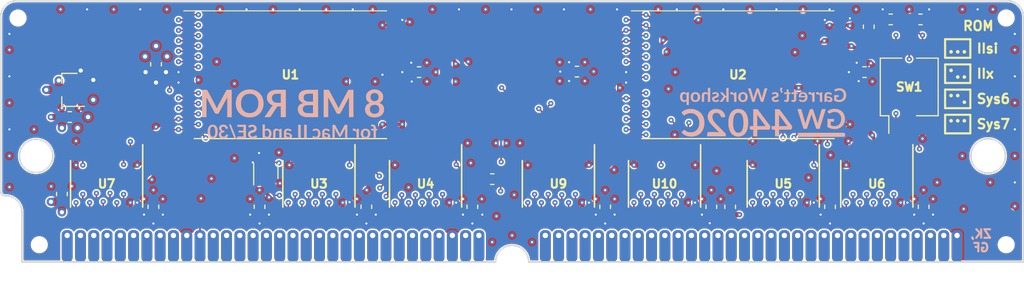
<source format=kicad_pcb>
(kicad_pcb (version 20221018) (generator pcbnew)
  (title_block (title "GW4402C") (date "2022-02-05") (rev "1.0") (company "Garrett's Workshop"))
  (layers (0 "F.Cu" signal) (1 "In1.Cu" power) (2 "In2.Cu" signal) (31 "B.Cu" power) (34 "B.Paste" user) (35 "F.Paste" user) (36 "B.SilkS" user "B.Silkscreen") (37 "F.SilkS" user "F.Silkscreen") (38 "B.Mask" user) (39 "F.Mask" user) (44 "Edge.Cuts" user))
  (net 0 "")
  (net 1 "+5V")
  (net 2 "/D0")
  (net 3 "/D1")
  (net 4 "/~{WE}")
  (net 5 "/D2")
  (net 6 "/D3")
  (net 7 "GND")
  (net 8 "/D4")
  (net 9 "/D5")
  (net 10 "/D6")
  (net 11 "/A11")
  (net 12 "/D7")
  (net 13 "/A0")
  (net 14 "/A1")
  (net 15 "/A2")
  (net 16 "/A3")
  (net 17 "/A4")
  (net 18 "/A5")
  (net 19 "/A6")
  (net 20 "/A7")
  (net 21 "/~{CS}")
  (net 22 "/~{OE}")
  (net 23 "/D8")
  (net 24 "/D9")
  (net 25 "/D10")
  (net 26 "/D11")
  (net 27 "/D12")
  (net 28 "/D13")
  (net 29 "/D14")
  (net 30 "/D15")
  (net 31 "/A8")
  (net 32 "/A9")
  (net 33 "/A10")
  (net 34 "/A12")
  (net 35 "/A13")
  (net 36 "/A14")
  (net 37 "/A15")
  (net 38 "/A16")
  (net 39 "/A17")
  (net 40 "/A18")
  (net 41 "/A19")
  (net 42 "/A20")
  (net 43 "/A21")
  (net 44 "/A22")
  (net 45 "/D16")
  (net 46 "/D17")
  (net 47 "/D18")
  (net 48 "/D19")
  (net 49 "/D20")
  (net 50 "/D21")
  (net 51 "/D22")
  (net 52 "/D23")
  (net 53 "/D24")
  (net 54 "/D25")
  (net 55 "/D26")
  (net 56 "/D27")
  (net 57 "/D28")
  (net 58 "/D29")
  (net 59 "/D30")
  (net 60 "/D31")
  (net 61 "+3V3")
  (net 62 "/RD7")
  (net 63 "/RD6")
  (net 64 "/RD5")
  (net 65 "/RD4")
  (net 66 "/RD3")
  (net 67 "/RD2")
  (net 68 "/RD1")
  (net 69 "/RD0")
  (net 70 "/RD8")
  (net 71 "/RD9")
  (net 72 "/RD10")
  (net 73 "/RD11")
  (net 74 "/RD12")
  (net 75 "/RD13")
  (net 76 "/RD14")
  (net 77 "/RD15")
  (net 78 "/RD23")
  (net 79 "/RD22")
  (net 80 "/RD21")
  (net 81 "/RD20")
  (net 82 "/RD19")
  (net 83 "/RD18")
  (net 84 "/RD17")
  (net 85 "/RD16")
  (net 86 "/RD24")
  (net 87 "/RD25")
  (net 88 "/RD26")
  (net 89 "/RD27")
  (net 90 "/RD28")
  (net 91 "/RD29")
  (net 92 "/RD30")
  (net 93 "/RD31")
  (net 94 "/RA7")
  (net 95 "/RA6")
  (net 96 "/RA5")
  (net 97 "/RA4")
  (net 98 "/RA3")
  (net 99 "/RA2")
  (net 100 "/R~{CS}")
  (net 101 "/R~{OE}")
  (net 102 "/R~{WE}")
  (net 103 "/RA8")
  (net 104 "/RA9")
  (net 105 "/RA17")
  (net 106 "/RA16")
  (net 107 "/RA15")
  (net 108 "/RA14")
  (net 109 "/RA13")
  (net 110 "/RA12")
  (net 111 "/RA11")
  (net 112 "/RA10")
  (net 113 "/RA18")
  (net 114 "/RA19")
  (net 115 "/RA20")
  (net 116 "/RA21")
  (net 117 "/RA22")
  (net 121 "/RA23")
  (net 122 "/Ddir")
  (net 123 "/DdirR")
  (net 124 "/RA22sw")
  (net 125 "/RA21sw")
  (footprint "stdpads:Fiducial" (layer "F.Cu") (at 75.438 123.444)
    (fp_text reference "FID2" hide)
    (fp_text value "Fiducial" hide)
  )
  (footprint "stdpads:C_0603" (layer "F.Cu") (at 154.35 109.45)
    (fp_text reference "C5")
    (fp_text value "2u2")
  )
  (footprint "stdpads:C_0603" (layer "F.Cu") (at 96.5 122.35 90)
    (fp_text reference "C7")
    (fp_text value "2u2")
  )
  (footprint "stdpads:C_0603" (layer "F.Cu") (at 116.85 122.35 90)
    (fp_text reference "C9")
    (fp_text value "2u2")
  )
  (footprint "stdpads:C_0603" (layer "F.Cu") (at 139.7 122.35 90)
    (fp_text reference "C11")
    (fp_text value "2u2")
  )
  (footprint "stdpads:C_0603" (layer "F.Cu") (at 151.05 122.35 90)
    (fp_text reference "C12")
    (fp_text value "2u2")
  )
  (footprint "stdpads:C_0603" (layer "F.Cu") (at 160 122.35 90)
    (fp_text reference "C13")
    (fp_text value "2u2")
  )
  (footprint "stdpads:TSSOP-20_4.4x6.5mm_P0.65mm" (layer "F.Cu") (at 112.375 120.15 180)
    (fp_text reference "U4")
    (fp_text value "74AHC245")
  )
  (footprint "stdpads:TSSOP-20_4.4x6.5mm_P0.65mm" (layer "F.Cu") (at 146.575 120.15 180)
    (fp_text reference "U5")
    (fp_text value "74AHC245")
  )
  (footprint "stdpads:MacIIROMSIMM_Edge" (layer "F.Cu") (at 120.65 127.635)
    (fp_text reference "J1" hide)
    (fp_text value "ROM")
  )
  (footprint "stdpads:TSSOP-20_4.4x6.5mm_P0.65mm" (layer "F.Cu") (at 135.225 120.15 180)
    (fp_text reference "U10")
    (fp_text value "74AHC245")
  )
  (footprint "stdpads:TSSOP-20_4.4x6.5mm_P0.65mm" (layer "F.Cu") (at 155.525 120.15 180)
    (fp_text reference "U6")
    (fp_text value "74AHC245")
  )
  (footprint "stdpads:C_0603" (layer "F.Cu") (at 111.75 109.45)
    (fp_text reference "C4")
    (fp_text value "2u2")
  )
  (footprint "stdpads:TSOP-I-48_18.4x12mm_P0.5mm" (layer "F.Cu") (at 99.45 109.7 -90)
    (fp_text reference "U1")
    (fp_text value "MX29LV640")
  )
  (footprint "stdpads:TSSOP-20_4.4x6.5mm_P0.65mm" (layer "F.Cu") (at 102.175 120.15 180)
    (fp_text reference "U3")
    (fp_text value "74AHC245")
  )
  (footprint "stdpads:C_0603" (layer "F.Cu") (at 78.35 113.75)
    (fp_text reference "C3")
    (fp_text value "2u2")
  )
  (footprint "stdpads:TSOP-I-48_18.4x12mm_P0.5mm" (layer "F.Cu") (at 142.24 109.7 -90)
    (fp_text reference "U2")
    (fp_text value "MX29LV640")
  )
  (footprint "stdpads:C_0603" (layer "F.Cu") (at 86.35 122.35 90)
    (fp_text reference "C6")
    (fp_text value "2u2")
  )
  (footprint "stdpads:TSSOP-20_4.4x6.5mm_P0.65mm" (layer "F.Cu") (at 81.875 120.15 180)
    (fp_text reference "U7")
    (fp_text value "74AHC245")
  )
  (footprint "stdpads:C_0603" (layer "F.Cu") (at 106.7135 122.35 90)
    (fp_text reference "C8")
    (fp_text value "2u2")
  )
  (footprint "stdpads:TSSOP-20_4.4x6.5mm_P0.65mm" (layer "F.Cu") (at 125.075 120.15 180)
    (fp_text reference "U9")
    (fp_text value "74AHC245")
  )
  (footprint "stdpads:C_0603" (layer "F.Cu") (at 129.55 122.35 90)
    (fp_text reference "C10")
    (fp_text value "2u2")
  )
  (footprint "stdpads:C_0603" (layer "F.Cu") (at 141.5 122.35 90)
    (fp_text reference "C2")
    (fp_text value "2u2")
  )
  (footprint "stdpads:C_0603" (layer "F.Cu") (at 86.6 108.7 90)
    (fp_text reference "C14")
    (fp_text value "2u2")
  )
  (footprint "stdpads:Fiducial" (layer "F.Cu") (at 167.894 123.444)
    (fp_text reference "FID3" hide)
    (fp_text value "Fiducial" hide)
  )
  (footprint "stdpads:Fiducial" (layer "F.Cu") (at 162.433 104.267)
    (fp_text reference "FID4" hide)
    (fp_text value "Fiducial" hide)
  )
  (footprint "stdpads:Fiducial" (layer "F.Cu") (at 75.946 104.267)
    (fp_text reference "FID1" hide)
    (fp_text value "Fiducial" hide)
  )
  (footprint "stdpads:C_0603" (layer "F.Cu") (at 126.85 109.4)
    (fp_text reference "C15")
    (fp_text value "2u2")
  )
  (footprint "stdpads:C_0603" (layer "F.Cu") (at 77.6 121.123 90)
    (fp_text reference "C1")
    (fp_text value "2u2")
  )
  (footprint "stdpads:SOT-353" (layer "F.Cu") (at 97.1 118.95 -90)
    (fp_text reference "U12")
    (fp_text value "74LVC1G02GW")
  )
  (footprint "stdpads:R_0603" (layer "F.Cu") (at 156.85 104.4 180)
    (fp_text reference "R1")
    (fp_text value "3k3")
  )
  (footprint "stdpads:R_0603" (layer "F.Cu") (at 154.75 105.1 90)
    (fp_text reference "R4")
    (fp_text value "3k3")
  )
  (footprint "stdpads:R_0603" (layer "F.Cu") (at 118.75 119.7 180)
    (fp_text reference "R3")
    (fp_text value "100")
  )
  (footprint "stdpads:SOT-23" (layer "F.Cu") (at 78.35 111.15)
    (fp_text reference "U11")
    (fp_text value "XC6206P332MR")
  )
  (footprint "stdpads:PasteHole_1.152mm_NPTH" (layer "F.Cu") (at 73.406 104.267)
    (fp_text reference "H1")
    (fp_text value " " hide)
  )
  (footprint "stdpads:PasteHole_1.152mm_NPTH" (layer "F.Cu") (at 75.438 125.984)
    (fp_text reference "H2")
    (fp_text value " " hide)
  )
  (footprint "stdpads:PasteHole_1.152mm_NPTH" (layer "F.Cu") (at 167.894 125.984)
    (fp_text reference "H3")
    (fp_text value " " hide)
  )
  (footprint "stdpads:PasteHole_1.152mm_NPTH" (layer "F.Cu") (at 167.894 104.267)
    (fp_text reference "H4")
    (fp_text value " " hide)
  )
  (footprint "stdpads:R_0603" (layer "F.Cu") (at 159.7 104.4)
    (fp_text reference "R2")
    (fp_text value "3k3")
  )
  (footprint "stdpads:SW_DIP_SPSTx03_Slide_DSHP03TS_P1.27mm" (layer "F.Cu") (at 158.623 110.871)
    (fp_text reference "SW1")
    (fp_text value "ROM Sel.")
  )
  (footprint "LOGO" (layer "B.Cu") (at 99.637802 113.382425 180)
    (fp_text reference "G***" hide)
    (fp_text value "LOGO" hide)
  )
  (footprint "LOGO" (layer "B.Cu") (at 144.654119 113.5 180)
    (fp_text reference "G***" hide)
    (fp_text value "LOGO" hide)
  )
  (gr_line (start 162.6234 111.6965) (end 162.6235 111.6965) (stroke (width 0.35)) (layer "F.SilkS"))
  (gr_line (start 164.465 106.299) (end 162.052 106.299) (stroke (width 0.2032)) (layer "F.SilkS"))
  (gr_line (start 163.89355 107.5055) (end 163.89365 107.5055) (stroke (width 0.35)) (layer "F.SilkS"))
  (gr_line (start 163.2584 107.5055) (end 163.2585 107.5055) (stroke (width 0.35)) (layer "F.SilkS"))
  (gr_line (start 162.052 108.077) (end 162.052 106.299) (stroke (width 0.2032)) (layer "F.SilkS"))
  (gr_line (start 164.465 108.077) (end 164.465 106.299) (stroke (width 0.2032)) (layer "F.SilkS"))
  (gr_line (start 162.052 108.077) (end 164.465 108.077) (stroke (width 0.2032)) (layer "F.SilkS"))
  (gr_line (start 162.052 112.903) (end 162.052 111.125) (stroke (width 0.2032)) (layer "F.SilkS"))
  (gr_line (start 164.465 112.903) (end 164.465 111.125) (stroke (width 0.2032)) (layer "F.SilkS"))
  (gr_line (start 163.2584 111.6965) (end 163.2585 111.6965) (stroke (width 0.35)) (layer "F.SilkS"))
  (gr_line (start 163.89355 112.3315) (end 163.89365 112.3315) (stroke (width 0.35)) (layer "F.SilkS"))
  (gr_line (start 164.465 111.125) (end 162.052 111.125) (stroke (width 0.2032)) (layer "F.SilkS"))
  (gr_line (start 162.052 112.903) (end 164.465 112.903) (stroke (width 0.2032)) (layer "F.SilkS"))
  (gr_line (start 164.465 113.538) (end 162.052 113.538) (stroke (width 0.2032)) (layer "F.SilkS"))
  (gr_line (start 164.465 115.316) (end 164.465 113.538) (stroke (width 0.2032)) (layer "F.SilkS"))
  (gr_line (start 163.2584 114.1095) (end 163.2585 114.1095) (stroke (width 0.35)) (layer "F.SilkS"))
  (gr_line (start 163.89355 114.1095) (end 163.89365 114.1095) (stroke (width 0.35)) (layer "F.SilkS"))
  (gr_line (start 162.052 115.316) (end 162.052 113.538) (stroke (width 0.2032)) (layer "F.SilkS"))
  (gr_line (start 162.052 115.316) (end 164.465 115.316) (stroke (width 0.2032)) (layer "F.SilkS"))
  (gr_line (start 162.62355 114.1095) (end 162.62365 114.1095) (stroke (width 0.35)) (layer "F.SilkS"))
  (gr_line (start 162.6234 107.5055) (end 162.6235 107.5055) (stroke (width 0.35)) (layer "F.SilkS"))
  (gr_line (start 164.465 108.712) (end 162.052 108.712) (stroke (width 0.2032)) (layer "F.SilkS"))
  (gr_line (start 163.89355 109.9185) (end 163.89365 109.9185) (stroke (width 0.35)) (layer "F.SilkS"))
  (gr_line (start 164.465 110.49) (end 164.465 108.712) (stroke (width 0.2032)) (layer "F.SilkS"))
  (gr_line (start 162.052 110.49) (end 164.465 110.49) (stroke (width 0.2032)) (layer "F.SilkS"))
  (gr_line (start 163.2584 109.9185) (end 163.2585 109.9185) (stroke (width 0.35)) (layer "F.SilkS"))
  (gr_line (start 162.052 110.49) (end 162.052 108.712) (stroke (width 0.2032)) (layer "F.SilkS"))
  (gr_line (start 162.6234 109.2835) (end 162.6235 109.2835) (stroke (width 0.35)) (layer "F.SilkS"))
  (gr_arc (start 119.0625 127.635) (mid 120.65 126.0475) (end 122.2375 127.635) (stroke (width 0.15)) (layer "Edge.Cuts"))
  (gr_arc (start 72.1995 121.285) (mid 73.322032 121.749968) (end 73.787 122.8725) (stroke (width 0.15)) (layer "Edge.Cuts"))
  (gr_line (start 71.755 120.904) (end 71.755 104.14) (stroke (width 0.15)) (layer "Edge.Cuts"))
  (gr_line (start 169.545 127.635) (end 169.545 104.14) (stroke (width 0.15)) (layer "Edge.Cuts"))
  (gr_line (start 122.2375 127.635) (end 169.545 127.635) (stroke (width 0.15)) (layer "Edge.Cuts"))
  (gr_line (start 73.787 127.635) (end 119.0625 127.635) (stroke (width 0.15)) (layer "Edge.Cuts"))
  (gr_line (start 73.787 122.8725) (end 73.787 127.635) (stroke (width 0.15)) (layer "Edge.Cuts"))
  (gr_line (start 72.136 121.285) (end 72.1995 121.285) (stroke (width 0.15)) (layer "Edge.Cuts"))
  (gr_line (start 73.279 102.616) (end 168.021 102.616) (stroke (width 0.15)) (layer "Edge.Cuts"))
  (gr_circle (center 166.1668 117.475) (end 167.8178 117.475) (stroke (width 0.15)) (fill none) (layer "Edge.Cuts"))
  (gr_circle (center 75.1332 117.475) (end 76.7332 117.475) (stroke (width 0.15)) (fill none) (layer "Edge.Cuts"))
  (gr_arc (start 71.755 104.14) (mid 72.201369 103.062369) (end 73.279 102.616) (stroke (width 0.15)) (layer "Edge.Cuts"))
  (gr_arc (start 72.136 121.285) (mid 71.866592 121.173408) (end 71.755 120.904) (stroke (width 0.15)) (layer "Edge.Cuts"))
  (gr_arc (start 168.021 102.616) (mid 169.098631 103.062369) (end 169.545 104.14) (stroke (width 0.15)) (layer "Edge.Cuts"))
  (gr_text "ZK,\nGF" (at 165.481 125.603) (layer "B.SilkS") (effects (font (size 0.8128 0.8128) (thickness 0.2032)) (justify mirror)))
  (gr_text "IIsi" (at 164.973 107.188) (layer "F.SilkS") (effects (font (size 0.9 0.9) (thickness 0.2032)) (justify left)))
  (gr_text "ROM" (at 165.227 105.029) (layer "F.SilkS") (effects (font (size 0.9 0.9) (thickness 0.2032))))
  (gr_text "Sys6" (at 164.973 112.014) (layer "F.SilkS") (effects (font (size 0.9 0.9) (thickness 0.2032)) (justify left)))
  (gr_text "Sys7" (at 164.973 114.427) (layer "F.SilkS") (effects (font (size 0.9 0.9) (thickness 0.2032)) (justify left)))
  (gr_text "IIx" (at 164.973 109.601) (layer "F.SilkS") (effects (font (size 0.9 0.9) (thickness 0.2032)) (justify left)))
  (segment (start 77.3 111.15) (end 77.3 112.6) (width 0.6) (layer "F.Cu") (net 1))
  (segment (start 77.6 121.873) (end 76.55 121.873) (width 0.8) (layer "F.Cu") (net 1))
  (segment (start 77.6 113.75) (end 76.55 113.75) (width 0.6) (layer "F.Cu") (net 1))
  (segment (start 77.6 113.75) (end 77.6 114.8) (width 0.8) (layer "F.Cu") (net 1))
  (segment (start 77.6 121.873) (end 77.6 122.873) (width 0.8) (layer "F.Cu") (net 1))
  (segment (start 77.3 112.6) (end 77.6 112.9) (width 0.6) (layer "F.Cu") (net 1))
  (segment (start 77.6 113.75) (end 77.6 112.9) (width 0.5) (layer "F.Cu") (net 1))
  (segment (start 77.3 111.15) (end 77.3 110.25) (width 0.8) (layer "F.Cu") (net 1))
  (segment (start 141.5 123.1) (end 142.4 123.1) (width 0.5) (layer "F.Cu") (net 1))
  (segment (start 77.3 111.15) (end 76.1 111.15) (width 0.8) (layer "F.Cu") (net 1))
  (via (at 76.1 111.15) (size 0.8) (drill 0.4) (layers "F.Cu" "B.Cu") (net 1))
  (via (at 77.3 110.25) (size 0.8) (drill 0.4) (layers "F.Cu" "B.Cu") (net 1))
  (via (at 77.6 114.8) (size 0.8) (drill 0.4) (layers "F.Cu" "B.Cu") (net 1))
  (via (at 76.55 113.75) (size 0.6) (drill 0.3) (layers "F.Cu" "B.Cu") (net 1))
  (via (at 142.4 123.1) (size 0.5) (drill 0.2) (layers "F.Cu" "B.Cu") (net 1))
  (via (at 77.6 112.9) (size 0.5) (drill 0.2) (layers "F.Cu" "B.Cu") (net 1))
  (via (at 77.6 122.873) (size 0.8) (drill 0.4) (layers "F.Cu" "B.Cu") (net 1))
  (via (at 76.55 121.873) (size 0.8) (drill 0.4) (layers "F.Cu" "B.Cu") (net 1))
  (segment (start 99.25 123.1) (end 99.25 121.95) (width 0.15) (layer "F.Cu") (net 2))
  (via (at 99.25 121.95) (size 0.5) (drill 0.2) (layers "F.Cu" "B.Cu") (net 2))
  (segment (start 99.9 123.1) (end 99.9 121.15) (width 0.15) (layer "F.Cu") (net 3))
  (via (at 99.9 121.15) (size 0.5) (drill 0.2) (layers "F.Cu" "B.Cu") (net 3))
  (segment (start 122.15 121.95) (end 122.15 123.1) (width 0.15) (layer "F.Cu") (net 4))
  (via (at 122.15 121.95) (size 0.5) (drill 0.2) (layers "F.Cu" "B.Cu") (net 4))
  (segment (start 100.55 123.1) (end 100.55 121.95) (width 0.15) (layer "F.Cu") (net 5))
  (via (at 100.55 121.95) (size 0.5) (drill 0.2) (layers "F.Cu" "B.Cu") (net 5))
  (segment (start 101.2 123.1) (end 101.2 121.15) (width 0.15) (layer "F.Cu") (net 6))
  (via (at 101.2 121.15) (size 0.5) (drill 0.2) (layers "F.Cu" "B.Cu") (net 6))
  (segment (start 84.15 123.1) (end 84.15 121.95) (width 0.4) (layer "F.Cu") (net 7))
  (segment (start 78.95 117.2) (end 78.95 118.35) (width 0.4) (layer "F.Cu") (net 7))
  (segment (start 86.35 121.6) (end 85.45 121.6) (width 0.5) (layer "F.Cu") (net 7))
  (segment (start 84.8 117.2) (end 84.8 118.35) (width 0.4) (layer "F.Cu") (net 7))
  (segment (start 122.15 117.2) (end 122.15 118.35) (width 0.4) (layer "F.Cu") (net 7))
  (segment (start 128 117.2) (end 128 118.35) (width 0.4) (layer "F.Cu") (net 7))
  (segment (start 104.45 123.1) (end 104.45 124) (width 0.4) (layer "F.Cu") (net 7))
  (segment (start 152.9 104.95) (end 152.95 105) (width 0.3) (layer "F.Cu") (net 7))
  (segment (start 152.6 117.2) (end 152.6 116.25) (width 0.4) (layer "F.Cu") (net 7))
  (segment (start 97.25 121.6) (end 97.4 121.45) (width 0.5) (layer "F.Cu") (net 7))
  (segment (start 132.3 117.2) (end 132.3 118.35) (width 0.4) (layer "F.Cu") (net 7))
  (segment (start 151 104.95) (end 151.99 104.95) (width 0.25) (layer "F.Cu") (net 7))
  (segment (start 109.45 117.2) (end 109.45 116.3) (width 0.4) (layer "F.Cu") (net 7))
  (segment (start 141.5 121.6) (end 141.5 120.75) (width 0.5) (layer "F.Cu") (net 7))
  (segment (start 137.5 123.1) (end 137.5 121.95) (width 0.4) (layer "F.Cu") (net 7))
  (segment (start 109.2 114.45) (end 108.25 114.45) (width 0.3) (layer "F.Cu") (net 7))
  (segment (start 143.65 116.05) (end 143.65 117.2) (width 0.4) (layer "F.Cu") (net 7))
  (segment (start 112.5 109.45) (end 113.35 109.45) (width 0.5) (layer "F.Cu") (net 7))
  (segment (start 151.05 121.6) (end 150.15 121.6) (width 0.5) (layer "F.Cu") (net 7))
  (segment (start 157.8 123.1) (end 157.8 124) (width 0.4) (layer "F.Cu") (net 7))
  (segment (start 155.1 109.45) (end 155.1 108.75) (width 0.5) (layer "F.Cu") (net 7))
  (segment (start 99.25 118.25) (end 99.25 117.2) (width 0.4) (layer "F.Cu") (net 7))
  (segment (start 109.2 114.45) (end 110.15 114.45) (width 0.3) (layer "F.Cu") (net 7))
  (segment (start 139.7 121.6) (end 139.7 120.75) (width 0.5) (layer "F.Cu") (net 7))
  (segment (start 138.15 117.2) (end 138.15 118.35) (width 0.4) (layer "F.Cu") (net 7))
  (segment (start 79.1 113.05) (end 79.25 112.9) (width 0.5) (layer "F.Cu") (net 7))
  (segment (start 86.6 107.95) (end 85.55 107.95) (width 0.8) (layer "F.Cu") (net 7))
  (segment (start 160 121.6) (end 159.1 121.6) (width 0.5) (layer "F.Cu") (net 7))
  (segment (start 127.6 109.4) (end 127.6 108.5) (width 0.5) (layer "F.Cu") (net 7))
  (segment (start 97.75 119.8) (end 98.15 119.8) (width 0.4) (layer "F.Cu") (net 7))
  (segment (start 86.35 121.6) (end 87.25 121.6) (width 0.5) (layer "F.Cu") (net 7))
  (segment (start 152.6 117.2) (end 152.6 118.35) (width 0.4) (layer "F.Cu") (net 7))
  (segment (start 128 117.2) (end 128 116.3) (width 0.4) (layer "F.Cu") (net 7))
  (segment (start 148.85 123.1) (end 148.85 121.95) (width 0.4) (layer "F.Cu") (net 7))
  (segment (start 109.45 117.2) (end 109.05 117.2) (width 0.4) (layer "F.Cu") (net 7))
  (segment (start 138.15 117.2) (end 138.15 116.3) (width 0.4) (layer "F.Cu") (net 7))
  (segment (start 155.1 108.75) (end 154.95 108.6) (width 0.5) (layer "F.Cu") (net 7))
  (segment (start 139.7 121.6) (end 138.8 121.6) (width 0.5) (layer "F.Cu") (net 7))
  (segment (start 96.5 121.6) (end 95.6 121.6) (width 0.5) (layer "F.Cu") (net 7))
  (segment (start 152.6 117.2) (end 152.2 117.2) (width 0.4) (layer "F.Cu") (net 7))
  (segment (start 137.5 123.1) (end 137.5 124) (width 0.4) (layer "F.Cu") (net 7))
  (segment (start 128 117.2) (end 128.4 117.2) (width 0.4) (layer "F.Cu") (net 7))
  (segment (start 139.7 121.6) (end 140.6 121.6) (width 0.5) (layer "F.Cu") (net 7))
  (segment (start 84.8 117.2) (end 85.2 117.2) (width 0.4) (layer "F.Cu") (net 7))
  (segment (start 148.85 123.1) (end 148.85 124) (width 0.4) (layer "F.Cu") (net 7))
  (segment (start 78.95 117.2) (end 78.95 116.05) (width 0.4) (layer "F.Cu") (net 7))
  (segment (start 132.3 117.2) (end 131.9 117.2) (width 0.4) (layer "F.Cu") (net 7))
  (segment (start 99.25 117.2) (end 99.2 117.15) (width 0.4) (layer "F.Cu") (net 7))
  (segment (start 116.85 121.6) (end 117.75 121.6) (width 0.5) (layer "F.Cu") (net 7))
  (segment (start 157.8 123.1) (end 157.8 121.95) (width 0.4) (layer "F.Cu") (net 7))
  (segment (start 114.65 123.1) (end 114.65 121.95) (width 0.4) (layer "F.Cu") (net 7))
  (segment (start 104.45 123.1) (end 104.45 121.95) (width 0.4) (layer "F.Cu") (net 7))
  (segment (start 77.6 120.373) (end 78.55 120.373) (width 0.5) (layer "F.Cu") (net 7))
  (segment (start 76.604 120.373) (end 76.581 120.396) (width 0.5) (layer "F.Cu") (net 7))
  (segment (start 98.15 119.8) (end 98.45 120.1) (width 0.4) (layer "F.Cu") (net 7))
  (segment (start 143.65 117.2) (end 143.65 118.35) (width 0.4) (layer "F.Cu") (net 7))
  (segment (start 99.35 118.35) (end 99.25 118.25) (width 0.4) (layer "F.Cu") (net 7))
  (segment (start 127.6 109.4) (end 127.6 110.3) (width 0.5) (layer "F.Cu") (net 7))
  (segment (start 96.5 121.6) (end 97.25 121.6) (width 0.5) (layer "F.Cu") (net 7))
  (segment (start 96.5 121.6) (end 96.5 120.75) (width 0.5) (layer "F.Cu") (net 7))
  (segment (start 127.35 123.1) (end 127.35 121.95) (width 0.4) (layer "F.Cu") (net 7))
  (segment (start 84.15 123.1) (end 84.15 124) (width 0.4) (layer "F.Cu") (net 7))
  (segment (start 112.5 109.45) (end 112.5 110.35) (width 0.5) (layer "F.Cu") (net 7))
  (segment (start 143.65 117.2) (end 143.25 117.2) (width 0.4) (layer "F.Cu") (net 7))
  (segment (start 106.7135 120.7865) (end 106.75 120.75) (width 0.5) (layer "F.Cu") (net 7))
  (segment (start 127.6 109.4) (end 128.45 109.4) (width 0.5) (layer "F.Cu") (net 7))
  (segment (start 106.7135 121.6) (end 105.8135 121.6) (width 0.5) (layer "F.Cu") (net 7))
  (segment (start 79.1 113.75) (end 80.1 113.75) (width 0.8) (layer "F.Cu") (net 7))
  (segment (start 86.6 107.95) (end 87.65 107.95) (width 0.8) (layer "F.Cu") (net 7))
  (segment (start 86.6 107.95) (end 86.6 106.95) (width 0.8) (layer "F.Cu") (net 7))
  (segment (start 138.15 117.2) (end 138.55 117.2) (width 0.4) (layer "F.Cu") (net 7))
  (segment (start 79.4 112.1) (end 80.6 112.1) (width 0.8) (layer "F.Cu") (net 7))
  (segment (start 79.4 112.1) (end 79.4 112.75) (width 0.5) (layer "F.Cu") (net 7))
  (segment (start 160 121.6) (end 160 120.75) (width 0.5) (layer "F.Cu") (net 7))
  (segment (start 160 121.6) (end 160.9 121.6) (width 0.5) (layer "F.Cu") (net 7))
  (segment (start 112.5 109.45) (end 112.5 108.55) (width 0.5) (layer "F.Cu") (net 7))
  (segment (start 99.2 117.15) (end 98.35 117.15) (width 0.4) (layer "F.Cu") (net 7))
  (segment (start 151.99 104.95) (end 152.9 104.95) (width 0.3) (layer "F.Cu") (net 7))
  (segment (start 122.15 117.2) (end 121.75 117.2) (width 0.4) (layer "F.Cu") (net 7))
  (segment (start 109.2 104.95) (end 108.25 104.95) (width 0.3) (layer "F.Cu") (net 7))
  (segment (start 159.893 114.681) (end 159.893 115.824) (width 0.5) (layer "F.Cu") (net 7))
  (segment (start 141.5 121.6) (end 140.6 121.6) (width 0.5) (layer "F.Cu") (net 7))
  (segment (start 109.45 117.2) (end 109.45 118.35) (width 0.4) (layer "F.Cu") (net 7))
  (segment (start 132.3 117.2) (end 132.3 116.3) (width 0.4) (layer "F.Cu") (net 7))
  (segment (start 151.99 114.45) (end 152.95 114.45) (width 0.15) (layer "F.Cu") (net 7))
  (segment (start 79.4 112.75) (end 79.25 112.9) (width 0.5) (layer "F.Cu") (net 7))
  (segment (start 155.1 109.45) (end 155.1 110.35) (width 0.5) (layer "F.Cu") (net 7))
  (segment (start 78.95 117.2) (end 78.55 117.2) (width 0.4) (layer "F.Cu") (net 7))
  (segment (start 114.65 123.1) (end 114.65 124) (width 0.4) (layer "F.Cu") (net 7))
  (segment (start 116.85 121.6) (end 115.95 121.6) (width 0.5) (layer "F.Cu") (net 7))
  (segment (start 79.1 113.75) (end 79.1 113.05) (width 0.5) (layer "F.Cu") (net 7))
  (segment (start 129.55 121.6) (end 128.65 121.6) (width 0.5) (layer "F.Cu") (net 7))
  (segment (start 106.7135 121.6) (end 106.7135 120.7865) (width 0.5) (layer "F.Cu") (net 7))
  (segment (start 79.1 113.75) (end 79.1 114.8) (width 0.8) (layer "F.Cu") (net 7))
  (segment (start 122.15 117.2) (end 122.15 116.3) (width 0.4) (layer "F.Cu") (net 7))
  (segment (start 77.6 120.373) (end 76.604 120.373) (width 0.5) (layer "F.Cu") (net 7))
  (segment (start 152.6 116.25) (end 152.8 116.05) (width 0.4) (layer "F.Cu") (net 7))
  (segment (start 86.35 121.6) (end 86.35 120.75) (width 0.5) (layer "F.Cu") (net 7))
  (segment (start 129.55 121.6) (end 129.55 120.75) (width 0.5) (layer "F.Cu") (net 7))
  (segment (start 127.35 123.1) (end 127.35 124) (width 0.4) (layer "F.Cu") (net 7))
  (segment (start 129.55 121.6) (end 130.45 121.6) (width 0.5) (layer "F.Cu") (net 7))
  (via (at 77.47 103.4415) (size 0.508) (drill 0.2) (layers "F.Cu" "B.Cu") (net 7))
  (via (at 72.5805 107.315) (size 0.508) (drill 0.2) (layers "F.Cu" "B.Cu") (net 7))
  (via (at 72.5805 112.395) (size 0.508) (drill 0.2) (layers "F.Cu" "B.Cu") (net 7))
  (via (at 72.5805 117.475) (size 0.508) (drill 0.2) (layers "F.Cu" "B.Cu") (net 7))
  (via (at 72.5805 120.4595) (size 0.508) (drill 0.2) (layers "F.Cu" "B.Cu") (net 7))
  (via (at 168.7195 107.315) (size 0.508) (drill 0.2) (layers "F.Cu" "B.Cu") (net 7))
  (via (at 168.7195 112.395) (size 0.508) (drill 0.2) (layers "F.Cu" "B.Cu") (net 7))
  (via (at 168.7195 117.475) (size 0.508) (drill 0.2) (layers "F.Cu" "B.Cu") (net 7))
  (via (at 168.7195 122.301) (size 0.508) (drill 0.2) (layers "F.Cu" "B.Cu") (net 7))
  (via (at 120.65 125.095) (size 0.508) (drill 0.2) (layers "F.Cu" "B.Cu") (net 7))
  (via (at 118.745 125.73) (size 0.508) (drill 0.2) (layers "F.Cu" "B.Cu") (net 7))
  (via (at 122.555 125.73) (size 0.508) (drill 0.2) (layers "F.Cu" "B.Cu") (net 7))
  (via (at 74.93 114.935) (size 0.508) (drill 0.2) (layers "F.Cu" "B.Cu") (net 7))
  (via (at 166.37 120.015) (size 0.508) (drill 0.2) (layers "F.Cu" "B.Cu") (net 7))
  (via (at 76.581 120.396) (size 0.508) (drill 0.2) (layers "F.Cu" "B.Cu") (net 7))
  (via (at 110.75 120.49) (size 0.508) (drill 0.2) (layers "F.Cu" "B.Cu") (net 7))
  (via (at 155.1 115.5) (size 0.5) (drill 0.2) (layers "F.Cu" "B.Cu") (net 7))
  (via (at 143.383 103.4415) (size 0.508) (drill 0.2) (layers "F.Cu" "B.Cu") (net 7))
  (via (at 138.303 103.4415) (size 0.508) (drill 0.2) (layers "F.Cu" "B.Cu") (net 7))
  (via (at 134.62 103.4415) (size 0.508) (drill 0.2) (layers "F.Cu" "B.Cu") (net 7))
  (via (at 82.55 103.4415) (size 0.508) (drill 0.2) (layers "F.Cu" "B.Cu") (net 7))
  (via (at 87.63 103.4415) (size 0.508) (drill 0.2) (layers "F.Cu" "B.Cu") (net 7))
  (via (at 97.79 103.4415) (size 0.508) (drill 0.2) (layers "F.Cu" "B.Cu") (net 7))
  (via (at 92.71 103.4415) (size 0.508) (drill 0.2) (layers "F.Cu" "B.Cu") (net 7))
  (via (at 102.87 103.4415) (size 0.508) (drill 0.2) (layers "F.Cu" "B.Cu") (net 7))
  (via (at 118.11 103.4415) (size 0.508) (drill 0.2) (layers "F.Cu" "B.Cu") (net 7))
  (via (at 113.03 103.4415) (size 0.508) (drill 0.2) (layers "F.Cu" "B.Cu") (net 7))
  (via (at 123.1265 103.4415) (size 0.508) (drill 0.2) (layers "F.Cu" "B.Cu") (net 7))
  (via (at 115.25 108.65) (size 0.508) (drill 0.2) (layers "F.Cu" "B.Cu") (net 7))
  (via (at 115.25 110.35) (size 0.508) (drill 0.2) (layers "F.Cu" "B.Cu") (net 7))
  (via (at 107.55 110.35) (size 0.508) (drill 0.2) (layers "F.Cu" "B.Cu") (net 7))
  (via (at 92.4 108.45) (size 0.508) (drill 0.2) (layers "F.Cu" "B.Cu") (net 7))
  (via (at 94.1 110.55) (size 0.508) (drill 0.2) (layers "F.Cu" "B.Cu") (net 7))
  (via (at 116.45 108.45) (size 0.508) (drill 0.2) (layers "F.Cu" "B.Cu") (net 7))
  (via (at 127.6 108.5) (size 0.508) (drill 0.2) (layers "F.Cu" "B.Cu") (net 7))
  (via (at 127.6 110.3) (size 0.508) (drill 0.2) (layers "F.Cu" "B.Cu") (net 7))
  (via (at 120.1 116.25) (size 0.508) (drill 0.2) (layers "F.Cu" "B.Cu") (net 7))
  (via (at 119.1 116.25) (size 0.508) (drill 0.2) (layers "F.Cu" "B.Cu") (net 7))
  (via (at 135.1 106.4) (size 0.508) (drill 0.2) (layers "F.Cu" "B.Cu") (net 7))
  (via (at 150.5 106.45) (size 0.508) (drill 0.2) (layers "F.Cu" "B.Cu") (net 7))
  (via (at 135.4 107.5) (size 0.508) (drill 0.2) (layers "F.Cu" "B.Cu") (net 7))
  (via (at 104.8 110.35) (size 0.508) (drill 0.2) (layers "F.Cu" "B.Cu") (net 7))
  (via (at 86.6 114.7) (size 0.5) (drill 0.2) (layers "F.Cu" "B.Cu") (net 7))
  (via (at 86.2 119.75) (size 0.5) (drill 0.2) (layers "F.Cu" "B.Cu") (net 7))
  (via (at 140.2 118.9) (size 0.508) (drill 0.2) (layers "F.Cu" "B.Cu") (net 7))
  (via (at 119.15 123.25) (size 0.508) (drill 0.2) (layers "F.Cu" "B.Cu") (net 7))
  (via (at 120.85 121.2) (size 0.508) (drill 0.2) (layers "F.Cu" "B.Cu") (net 7))
  (via (at 161.29 120.015) (size 0.508) (drill 0.2) (layers "F.Cu" "B.Cu") (net 7))
  (via (at 163.703 117.475) (size 0.508) (drill 0.2) (layers "F.Cu" "B.Cu") (net 7))
  (via (at 163.83 122.555) (size 0.508) (drill 0.2) (layers "F.Cu" "B.Cu") (net 7))
  (via (at 136.2 115.45) (size 0.508) (drill 0.2) (layers "F.Cu" "B.Cu") (net 7))
  (via (at 116.4 116.25) (size 0.508) (drill 0.2) (layers "F.Cu" "B.Cu") (net 7))
  (via (at 90.65 110.2) (size 0.508) (drill 0.2) (layers "F.Cu" "B.Cu") (net 7))
  (via (at 78.95 118.35) (size 0.5) (drill 0.2) (layers "F.Cu" "B.Cu") (net 7))
  (via (at 84.15 121.95) (size 0.5) (drill 0.2) (layers "F.Cu" "B.Cu") (net 7))
  (via (at 85.45 121.6) (size 0.5) (drill 0.2) (layers "F.Cu" "B.Cu") (net 7))
  (via (at 84.8 118.35) (size 0.5) (drill 0.2) (layers "F.Cu" "B.Cu") (net 7))
  (via (at 122.15 118.35) (size 0.5) (drill 0.2) (layers "F.Cu" "B.Cu") (net 7))
  (via (at 128 118.35) (size 0.5) (drill 0.2) (layers "F.Cu" "B.Cu") (net 7))
  (via (at 130.95 110.95) (size 0.5) (drill 0.2) (layers "F.Cu" "B.Cu") (net 7))
  (via (at 130.4 118.8) (size 0.5) (drill 0.2) (layers "F.Cu" "B.Cu") (net 7))
  (via (at 107.315 103.4415) (size 0.5) (drill 0.2) (layers "F.Cu" "B.Cu") (net 7))
  (via (at 163.703 103.4415) (size 0.508) (drill 0.2) (layers "F.Cu" "B.Cu") (net 7))
  (via (at 158.623 103.4415) (size 0.508) (drill 0.2) (layers "F.Cu" "B.Cu") (net 7))
  (via (at 153.543 103.4415) (size 0.508) (drill 0.2) (layers "F.Cu" "B.Cu") (net 7))
  (via (at 148.463 103.4415) (size 0.508) (drill 0.2) (layers "F.Cu" "B.Cu") (net 7))
  (via (at 125.2 108.5) (size 0.5) (drill 0.2) (layers "F.Cu" "B.Cu") (net 7))
  (via (at 125.2 110.3) (size 0.5) (drill 0.2) (layers "F.Cu" "B.Cu") (net 7))
  (via (at 108.25 114.45) (size 0.5) (drill 0.2) (layers "F.Cu" "B.Cu") (net 7))
  (via (at 128.143 103.4415) (size 0.508) (drill 0.2) (layers "F.Cu" "B.Cu") (net 7))
  (via (at 153.1 106.95) (size 0.508) (drill 0.2) (layers "F.Cu" "B.Cu") (net 7))
  (via (at 138.45 104.45) (size 0.508) (drill 0.2) (layers "F.Cu" "B.Cu") (net 7))
  (via (at 149.85 116.05) (size 0.5) (drill 0.2) (layers "F.Cu" "B.Cu") (net 7))
  (via (at 149 119.55) (size 0.5) (drill 0.2) (layers "F.Cu" "B.Cu") (net 7))
  (via (at 121.4 116.25) (size 0.508) (drill 0.2) (layers "F.Cu" "B.Cu") (net 7))
  (via (at 116.7 118.15) (size 0.508) (drill 0.2) (layers "F.Cu" "B.Cu") (net 7))
  (via (at 151.1 117.4) (size 0.5) (drill 0.2) (layers "F.Cu" "B.Cu") (net 7))
  (via (at 136.25 109.45) (size 0.508) (drill 0.2) (layers "F.Cu" "B.Cu") (net 7))
  (via (at 147.7 107.55) (size 0.508) (drill 0.2) (layers "F.Cu" "B.Cu") (net 7))
  (via (at 148.4 105.95) (size 0.508) (drill 0.2) (layers "F.Cu" "B.Cu") (net 7))
  (via (at 94.1 117.7) (size 0.5) (drill 0.2) (layers "F.Cu" "B.Cu") (net 7))
  (via (at 90.9 121.55) (size 0.5) (drill 0.2) (layers "F.Cu" "B.Cu") (net 7))
  (via (at 91.9 119.65) (size 0.5) (drill 0.2) (layers "F.Cu" "B.Cu") (net 7))
  (via (at 143.65 116.05) (size 0.5) (drill 0.2) (layers "F.Cu" "B.Cu") (net 7))
  (via (at 150.15 121.6) (size 0.5) (drill 0.2) (layers "F.Cu" "B.Cu") (net 7))
  (via (at 130.45 121.6) (size 0.5) (drill 0.2) (layers "F.Cu" "B.Cu") (net 7))
  (via (at 112.5 108.55) (size 0.5) (drill 0.2) (layers "F.Cu" "B.Cu") (net 7))
  (via (at 79.1 114.8) (size 0.8) (drill 0.4) (layers "F.Cu" "B.Cu") (net 7))
  (via (at 79.25 112.9) (size 0.5) (drill 0.2) (layers "F.Cu" "B.Cu") (net 7))
  (via (at 98.45 120.1) (size 0.5) (drill 0.2) (layers "F.Cu" "B.Cu") (net 7))
  (via (at 95.6 121.6) (size 0.5) (drill 0.2) (layers "F.Cu" "B.Cu") (net 7))
  (via (at 152.6 118.35) (size 0.5) (drill 0.2) (layers "F.Cu" "B.Cu") (net 7))
  (via (at 157.8 121.95) (size 0.5) (drill 0.2) (layers "F.Cu" "B.Cu") (net 7))
  (via (at 87.25 121.6) (size 0.5) (drill 0.2) (layers "F.Cu" "B.Cu") (net 7))
  (via (at 115.95 121.6) (size 0.5) (drill 0.2) (layers "F.Cu" "B.Cu") (net 7))
  (via (at 98.35 117.15) (size 0.5) (drill 0.2) (layers "F.Cu" "B.Cu") (net 7))
  (via (at 96.5 120.75) (size 0.5) (drill 0.2) (layers "F.Cu" "B.Cu") (net 7))
  (via (at 160.9 121.6) (size 0.5) (drill 0.2) (layers "F.Cu" "B.Cu") (net 7))
  (via (at 155.1 110.35) (size 0.5) (drill 0.2) (layers "F.Cu" "B.Cu") (net 7))
  (via (at 109.45 118.35) (size 0.5) (drill 0.2) (layers "F.Cu" "B.Cu") (net 7))
  (via (at 159.893 115.824) (size 0.5) (drill 0.2) (layers "F.Cu" "B.Cu") (net 7))
  (via (at 113.35 109.45) (size 0.5) (drill 0.2) (layers "F.Cu" "B.Cu") (net 7))
  (via (at 148.05 110.95) (size 0.508) (drill 0.2) (layers "F.Cu" "B.Cu") (net 7))
  (via (at 104.45 121.95) (size 0.5) (drill 0.2) (layers "F.Cu" "B.Cu") (net 7))
  (via (at 139.7 120.75) (size 0.5) (drill 0.2) (layers "F.Cu" "B.Cu") (net 7))
  (via (at 141.5 120.75) (size 0.5) (drill 0.2) (layers "F.Cu" "B.Cu") (net 7))
  (via (at 128.45 109.4) (size 0.5) (drill 0.2) (layers "F.Cu" "B.Cu") (net 7))
  (via (at 80.1 113.75) (size 0.8) (drill 0.4) (layers "F.Cu" "B.Cu") (net 7))
  (via (at 78.55 120.373) (size 0.5) (drill 0.2) (layers "F.Cu" "B.Cu") (net 7))
  (via (at 152.8 116.05) (size 0.5) (drill 0.2) (layers "F.Cu" "B.Cu") (net 7))
  (via (at 78.95 116.05) (size 0.5) (drill 0.2) (layers "F.Cu" "B.Cu") (net 7))
  (via (at 154.95 108.6) (size 0.5) (drill 0.2) (layers "F.Cu" "B.Cu") (net 7))
  (via (at 160 120.75) (size 0.5) (drill 0.2) (layers "F.Cu" "B.Cu") (net 7))
  (via (at 151 104.95) (size 0.5) (drill 0.2) (layers "F.Cu" "B.Cu") (net 7))
  (via (at 143.65 118.35) (size 0.5) (drill 0.2) (layers "F.Cu" "B.Cu") (net 7))
  (via (at 110.85 104.65) (size 0.5) (drill 0.2) (layers "F.Cu" "B.Cu") (net 7))
  (via (at 166.624 103.4415) (size 0.508) (drill 0.2) (layers "F.Cu" "B.Cu") (net 7))
  (via (at 129.55 120.75) (size 0.5) (drill 0.2) (layers "F.Cu" "B.Cu") (net 7))
  (via (at 108.25 104.95) (size 0.5) (drill 0.2) (layers "F.Cu" "B.Cu") (net 7))
  (via (at 99.35 118.35) (size 0.5) (drill 0.2) (layers "F.Cu" "B.Cu") (net 7))
  (via (at 97.4 121.45) (size 0.5) (drill 0.2) (layers "F.Cu" "B.Cu") (net 7))
  (via (at 127.35 121.95) (size 0.5) (drill 0.2) (layers "F.Cu" "B.Cu") (net 7))
  (via (at 110.15 114.45) (size 0.5) (drill 0.2) (layers "F.Cu" "B.Cu") (net 7))
  (via (at 114.65 121.95) (size 0.5) (drill 0.2) (layers "F.Cu" "B.Cu") (net 7))
  (via (at 137.5 121.95) (size 0.5) (drill 0.2) (layers "F.Cu" "B.Cu") (net 7))
  (via (at 132.3 118.35) (size 0.5) (drill 0.2) (layers "F.Cu" "B.Cu") (net 7))
  (via (at 138.15 118.35) (size 0.5) (drill 0.2) (layers "F.Cu" "B.Cu") (net 7))
  (via (at 148.85 121.95) (size 0.5) (drill 0.2) (layers "F.Cu" "B.Cu") (net 7))
  (via (at 106.75 120.75) (size 0.5) (drill 0.2) (layers "F.Cu" "B.Cu") (net 7))
  (via (at 105.8135 121.6) (size 0.5) (drill 0.2) (layers "F.Cu" "B.Cu") (net 7))
  (via (at 117.75 121.6) (size 0.5) (drill 0.2) (layers "F.Cu" "B.Cu") (net 7))
  (via (at 86.35 120.75) (size 0.5) (drill 0.2) (layers "F.Cu" "B.Cu") (net 7))
  (via (at 152.95 105) (size 0.5) (drill 0.2) (layers "F.Cu" "B.Cu") (net 7))
  (via (at 87.65 107.95) (size 0.8) (drill 0.4) (layers "F.Cu" "B.Cu") (net 7))
  (via (at 135.6 111.05) (size 0.508) (drill 0.2) (layers "F.Cu" "B.Cu") (net 7))
  (via (at 140.6 121.6) (size 0.5) (drill 0.2) (layers "F.Cu" "B.Cu") (net 7))
  (via (at 85.55 107.95) (size 0.8) (drill 0.4) (layers "F.Cu" "B.Cu") (net 7))
  (via (at 159.1 121.6) (size 0.5) (drill 0.2) (layers "F.Cu" "B.Cu") (net 7))
  (via (at 138.8 121.6) (size 0.5) (drill 0.2) (layers "F.Cu" "B.Cu") (net 7))
  (via (at 86.6 106.95) (size 0.8) (drill 0.4) (layers "F.Cu" "B.Cu") (net 7))
  (via (at 80.6 112.1) (size 0.8) (drill 0.4) (layers "F.Cu" "B.Cu") (net 7))
  (via (at 152.95 114.45) (size 0.5) (drill 0.2) (layers "F.Cu" "B.Cu") (net 7))
  (via (at 112.5 110.35) (size 0.5) (drill 0.2) (layers "F.Cu" "B.Cu") (net 7))
  (via (at 128.65 121.6) (size 0.5) (drill 0.2) (layers "F.Cu" "B.Cu") (net 7))
  (segment (start 101.85 123.1) (end 101.85 121.95) (width 0.15) (layer "F.Cu") (net 8))
  (via (at 101.85 121.95) (size 0.5) (drill 0.2) (layers "F.Cu" "B.Cu") (net 8))
  (segment (start 102.5 123.1) (end 102.5 121.15) (width 0.15) (layer "F.Cu") (net 9))
  (via (at 102.5 121.15) (size 0.5) (drill 0.2) (layers "F.Cu" "B.Cu") (net 9))
  (segment (start 103.15 123.1) (end 103.15 121.95) (width 0.15) (layer "F.Cu") (net 10))
  (via (at 103.15 121.95) (size 0.5) (drill 0.2) (layers "F.Cu" "B.Cu") (net 10))
  (segment (start 124.75 123.1) (end 124.75 121.95) (width 0.15) (layer "F.Cu") (net 11))
  (via (at 124.75 121.95) (size 0.5) (drill 0.2) (layers "F.Cu" "B.Cu") (net 11))
  (segment (start 103.8 123.1) (end 103.8 121.15) (width 0.15) (layer "F.Cu") (net 12))
  (via (at 103.8 121.15) (size 0.5) (drill 0.2) (layers "F.Cu" "B.Cu") (net 12))
  (segment (start 78.95 123.1) (end 78.95 121.95) (width 0.15) (layer "F.Cu") (net 15))
  (via (at 78.95 121.95) (size 0.5) (drill 0.2) (layers "F.Cu" "B.Cu") (net 15))
  (segment (start 79.6 123.1) (end 79.6 121.15) (width 0.15) (layer "F.Cu") (net 16))
  (via (at 79.6 121.15) (size 0.5) (drill 0.2) (layers "F.Cu" "B.Cu") (net 16))
  (segment (start 80.25 123.1) (end 80.25 121.95) (width 0.15) (layer "F.Cu") (net 17))
  (via (at 80.25 121.95) (size 0.5) (drill 0.2) (layers "F.Cu" "B.Cu") (net 17))
  (segment (start 80.9 123.1) (end 80.9 121.05) (width 0.15) (layer "F.Cu") (net 18))
  (via (at 80.9 121.05) (size 0.5) (drill 0.2) (layers "F.Cu" "B.Cu") (net 18))
  (segment (start 81.55 123.1) (end 81.55 121.85) (width 0.15) (layer "F.Cu") (net 19))
  (via (at 81.55 121.85) (size 0.5) (drill 0.2) (layers "F.Cu" "B.Cu") (net 19))
  (segment (start 82.2 123.1) (end 82.2 121.05) (width 0.15) (layer "F.Cu") (net 20))
  (via (at 82.2 121.05) (size 0.5) (drill 0.2) (layers "F.Cu" "B.Cu") (net 20))
  (segment (start 82.85 123.1) (end 82.85 121.95) (width 0.15) (layer "F.Cu") (net 21))
  (segment (start 96.45 119.8) (end 95.084 119.8) (width 0.15) (layer "F.Cu") (net 21))
  (segment (start 95.084 119.8) (end 90.805 124.079) (width 0.15) (layer "F.Cu") (net 21))
  (segment (start 90.805 124.079) (end 90.805 125.095) (width 0.15) (layer "F.Cu") (net 21))
  (via (at 82.85 121.95) (size 0.5) (drill 0.2) (layers "F.Cu" "B.Cu") (net 21))
  (segment (start 83.5 123.1) (end 83.5 121.15) (width 0.15) (layer "F.Cu") (net 22))
  (segment (start 98.4 121.25) (end 97.9 121.25) (width 0.15) (layer "F.Cu") (net 22))
  (segment (start 97.9 121.25) (end 97.1 120.45) (width 0.15) (layer "F.Cu") (net 22))
  (segment (start 97.1 120.45) (end 97.1 119.8) (width 0.15) (layer "F.Cu") (net 22))
  (via (at 98.4 121.25) (size 0.5) (drill 0.2) (layers "F.Cu" "B.Cu") (net 22))
  (via (at 83.5 121.15) (size 0.5) (drill 0.2) (layers "F.Cu" "B.Cu") (net 22))
  (segment (start 109.45 123.1) (end 109.45 121.95) (width 0.15) (layer "F.Cu") (net 23))
  (via (at 109.45 121.95) (size 0.5) (drill 0.2) (layers "F.Cu" "B.Cu") (net 23))
  (segment (start 110.1 123.1) (end 110.1 121.21) (width 0.15) (layer "F.Cu") (net 24))
  (via (at 110.1 121.21) (size 0.5) (drill 0.2) (layers "F.Cu" "B.Cu") (net 24))
  (segment (start 110.75 123.1) (end 110.75 121.95) (width 0.15) (layer "F.Cu") (net 25))
  (via (at 110.75 121.95) (size 0.5) (drill 0.2) (layers "F.Cu" "B.Cu") (net 25))
  (segment (start 111.4 123.1) (end 111.4 121.21) (width 0.15) (layer "F.Cu") (net 26))
  (via (at 111.4 121.21) (size 0.5) (drill 0.2) (layers "F.Cu" "B.Cu") (net 26))
  (segment (start 112.05 123.1) (end 112.05 121.95) (width 0.15) (layer "F.Cu") (net 27))
  (via (at 112.05 121.95) (size 0.5) (drill 0.2) (layers "F.Cu" "B.Cu") (net 27))
  (segment (start 112.7 123.1) (end 112.7 121.15) (width 0.15) (layer "F.Cu") (net 28))
  (via (at 112.7 121.15) (size 0.5) (drill 0.2) (layers "F.Cu" "B.Cu") (net 28))
  (segment (start 113.35 123.1) (end 113.35 121.95) (width 0.15) (layer "F.Cu") (net 29))
  (via (at 113.35 121.95) (size 0.5) (drill 0.2) (layers "F.Cu" "B.Cu") (net 29))
  (segment (start 114 123.1) (end 114 121.15) (width 0.15) (layer "F.Cu") (net 30))
  (via (at 114 121.15) (size 0.5) (drill 0.2) (layers "F.Cu" "B.Cu") (net 30))
  (segment (start 122.8 123.1) (end 122.8 121.15) (width 0.15) (layer "F.Cu") (net 31))
  (via (at 122.8 121.15) (size 0.5) (drill 0.2) (layers "F.Cu" "B.Cu") (net 31))
  (segment (start 123.45 121.95) (end 123.45 123.1) (width 0.15) (layer "F.Cu") (net 32))
  (via (at 123.45 121.95) (size 0.5) (drill 0.2) (layers "F.Cu" "B.Cu") (net 32))
  (segment (start 124.1 123.1) (end 124.1 121.15) (width 0.15) (layer "F.Cu") (net 33))
  (via (at 124.1 121.15) (size 0.5) (drill 0.2) (layers "F.Cu" "B.Cu") (net 33))
  (segment (start 125.4 123.1) (end 125.4 121.2) (width 0.15) (layer "F.Cu") (net 34))
  (via (at 125.4 121.2) (size 0.5) (drill 0.2) (layers "F.Cu" "B.Cu") (net 34))
  (segment (start 126.05 123.1) (end 126.05 121.95) (width 0.15) (layer "F.Cu") (net 35))
  (via (at 126.05 121.95) (size 0.5) (drill 0.2) (layers "F.Cu" "B.Cu") (net 35))
  (segment (start 126.7 123.1) (end 126.7 121.15) (width 0.15) (layer "F.Cu") (net 36))
  (via (at 126.7 121.15) (size 0.5) (drill 0.2) (layers "F.Cu" "B.Cu") (net 36))
  (segment (start 132.3 123.1) (end 132.3 121.95) (width 0.15) (layer "F.Cu") (net 37))
  (via (at 132.3 121.95) (size 0.5) (drill 0.2) (layers "F.Cu" "B.Cu") (net 37))
  (segment (start 132.95 123.1) (end 132.95 121.15) (width 0.15) (layer "F.Cu") (net 38))
  (via (at 132.95 121.15) (size 0.5) (drill 0.2) (layers "F.Cu" "B.Cu") (net 38))
  (segment (start 133.6 123.1) (end 133.6 121.95) (width 0.15) (layer "F.Cu") (net 39))
  (via (at 133.6 121.95) (size 0.5) (drill 0.2) (layers "F.Cu" "B.Cu") (net 39))
  (segment (start 134.25 123.1) (end 134.25 121.15) (width 0.15) (layer "F.Cu") (net 40))
  (via (at 134.25 121.15) (size 0.5) (drill 0.2) (layers "F.Cu" "B.Cu") (net 40))
  (segment (start 134.9 123.1) (end 134.9 121.95) (width 0.15) (layer "F.Cu") (net 41))
  (via (at 134.9 121.95) (size 0.5) (drill 0.2) (layers "F.Cu" "B.Cu") (net 41))
  (segment (start 135.55 123.1) (end 135.55 121.15) (width 0.15) (layer "F.Cu") (net 42))
  (via (at 135.55 121.15) (size 0.5) (drill 0.2) (layers "F.Cu" "B.Cu") (net 42))
  (segment (start 136.2 123.1) (end 136.2 121.95) (width 0.15) (layer "F.Cu") (net 43))
  (via (at 136.2 121.95) (size 0.5) (drill 0.2) (layers "F.Cu" "B.Cu") (net 43))
  (segment (start 136.85 123.1) (end 136.85 121.15) (width 0.15) (layer "F.Cu") (net 44))
  (via (at 136.85 121.15) (size 0.5) (drill 0.2) (layers "F.Cu" "B.Cu") (net 44))
  (segment (start 143.65 123.1) (end 143.65 121.95) (width 0.15) (layer "F.Cu") (net 45))
  (via (at 143.65 121.95) (size 0.5) (drill 0.2) (layers "F.Cu" "B.Cu") (net 45))
  (segment (start 144.3 123.1) (end 144.3 121.15) (width 0.15) (layer "F.Cu") (net 46))
  (via (at 144.3 121.15) (size 0.5) (drill 0.2) (layers "F.Cu" "B.Cu") (net 46))
  (segment (start 144.95 123.1) (end 144.95 121.95) (width 0.15) (layer "F.Cu") (net 47))
  (via (at 144.95 121.95) (size 0.5) (drill 0.2) (layers "F.Cu" "B.Cu") (net 47))
  (segment (start 145.6 123.1) (end 145.6 121.15) (width 0.15) (layer "F.Cu") (net 48))
  (via (at 145.6 121.15) (size 0.5) (drill 0.2) (layers "F.Cu" "B.Cu") (net 48))
  (segment (start 146.25 123.1) (end 146.25 121.95) (width 0.15) (layer "F.Cu") (net 49))
  (via (at 146.25 121.95) (size 0.5) (drill 0.2) (layers "F.Cu" "B.Cu") (net 49))
  (segment (start 146.9 123.1) (end 146.9 121.15) (width 0.15) (layer "F.Cu") (net 50))
  (via (at 146.9 121.15) (size 0.5) (drill 0.2) (layers "F.Cu" "B.Cu") (net 50))
  (segment (start 147.55 123.1) (end 147.55 121.95) (width 0.15) (layer "F.Cu") (net 51))
  (via (at 147.55 121.95) (size 0.5) (drill 0.2) (layers "F.Cu" "B.Cu") (net 51))
  (segment (start 148.2 123.1) (end 148.2 121.15) (width 0.15) (layer "F.Cu") (net 52))
  (via (at 148.2 121.15) (size 0.5) (drill 0.2) (layers "F.Cu" "B.Cu") (net 52))
  (segment (start 152.6 123.1) (end 152.6 121.95) (width 0.15) (layer "F.Cu") (net 53))
  (via (at 152.6 121.95) (size 0.5) (drill 0.2) (layers "F.Cu" "B.Cu") (net 53))
  (segment (start 153.25 123.1) (end 153.25 121.15) (width 0.15) (layer "F.Cu") (net 54))
  (via (at 153.25 121.15) (size 0.5) (drill 0.2) (layers "F.Cu" "B.Cu") (net 54))
  (segment (start 153.9 123.1) (end 153.9 121.95) (width 0.15) (layer "F.Cu") (net 55))
  (via (at 153.9 121.95) (size 0.5) (drill 0.2) (layers "F.Cu" "B.Cu") (net 55))
  (segment (start 154.55 123.1) (end 154.55 121.15) (width 0.15) (layer "F.Cu") (net 56))
  (via (at 154.55 121.15) (size 0.5) (drill 0.2) (layers "F.Cu" "B.Cu") (net 56))
  (segment (start 155.2 123.1) (end 155.2 121.95) (width 0.15) (layer "F.Cu") (net 57))
  (via (at 155.2 121.95) (size 0.5) (drill 0.2) (layers "F.Cu" "B.Cu") (net 57))
  (segment (start 155.85 123.1) (end 155.85 121.15) (width 0.15) (layer "F.Cu") (net 58))
  (via (at 155.85 121.15) (size 0.5) (drill 0.2) (layers "F.Cu" "B.Cu") (net 58))
  (segment (start 156.5 123.1) (end 156.5 121.95) (width 0.15) (layer "F.Cu") (net 59))
  (via (at 156.5 121.95) (size 0.5) (drill 0.2) (layers "F.Cu" "B.Cu") (net 59))
  (segment (start 157.15 123.1) (end 157.15 121.15) (width 0.15) (layer "F.Cu") (net 60))
  (via (at 157.15 121.15) (size 0.5) (drill 0.2) (layers "F.Cu" "B.Cu") (net 60))
  (segment (start 84.8 123.1) (end 85.45 123.1) (width 0.4) (layer "F.Cu") (net 61))
  (segment (start 84.8 123.1) (end 84.8 121.95) (width 0.4) (layer "F.Cu") (net 61))
  (segment (start 85.45 123.1) (end 86.35 123.1) (width 0.6) (layer "F.Cu") (net 61))
  (segment (start 86.35 123.1) (end 86.35 123.95) (width 0.5) (layer "F.Cu") (net 61))
  (segment (start 86.35 123.1) (end 87.25 123.1) (width 0.5) (layer "F.Cu") (net 61))
  (segment (start 128 123.1) (end 128 121.95) (width 0.4) (layer "F.Cu") (net 61))
  (segment (start 128 123.1) (end 128.65 123.1) (width 0.4) (layer "F.Cu") (net 61))
  (segment (start 129.55 123.1) (end 129.55 123.95) (width 0.5) (layer "F.Cu") (net 61))
  (segment (start 129.55 123.1) (end 128.65 123.1) (width 0.6) (layer "F.Cu") (net 61))
  (segment (start 115.3 123.1) (end 115.95 123.1) (width 0.4) (layer "F.Cu") (net 61))
  (segment (start 86.6 109.45) (end 85.6 109.45) (width 0.8) (layer "F.Cu") (net 61))
  (segment (start 105.1 123.1) (end 105.8135 123.1) (width 0.4) (layer "F.Cu") (net 61))
  (segment (start 109.2 104.45) (end 110.15 104.45) (width 0.25) (layer "F.Cu") (net 61))
  (segment (start 138.15 123.1) (end 138.8 123.1) (width 0.4) (layer "F.Cu") (net 61))
  (segment (start 116.85 123.1) (end 117.8 123.1) (width 0.5) (layer "F.Cu") (net 61))
  (segment (start 96.45 118.1) (end 96.45 117.2) (width 0.4) (layer "F.Cu") (net 61))
  (segment (start 132.49 109.45) (end 131.55 109.45) (width 0.3) (layer "F.Cu") (net 61))
  (segment (start 108.5 109.45) (end 108.25 109.7) (width 0.25) (layer "F.Cu") (net 61))
  (segment (start 153.6 109.45) (end 153.6 110.128236) (width 0.5) (layer "F.Cu") (net 61))
  (segment (start 132.49 110.45) (end 131.55 110.45) (width 0.15) (layer "F.Cu") (net 61))
  (segment (start 79.4 110.2) (end 79.4 109.3) (width 0.8) (layer "F.Cu") (net 61))
  (segment (start 160.5 104.4) (end 160.5 103.4695) (width 0.15) (layer "F.Cu") (net 61))
  (segment (start 150.6 104.4) (end 150.55 104.45) (width 0.3) (layer "F.Cu") (net 61))
  (segment (start 86.6 109.45) (end 87.55 109.45) (width 0.8) (layer "F.Cu") (net 61))
  (segment (start 149.5 123.1) (end 150.15 123.1) (width 0.4) (layer "F.Cu") (net 61))
  (segment (start 126.1 109.4) (end 126.1 108.5) (width 0.5) (layer "F.Cu") (net 61))
  (segment (start 156.05 104.4) (end 156.05 103.4745) (width 0.15) (layer "F.Cu") (net 61))
  (segment (start 111 109.45) (end 110.15 109.45) (width 0.5) (layer "F.Cu") (net 61))
  (segment (start 80.6 110.2) (end 81.35 109.45) (width 0.8) (layer "F.Cu") (net 61))
  (segment (start 96.5 123.1) (end 97.4 123.1) (width 0.5) (layer "F.Cu") (net 61))
  (segment (start 96.5 123.1) (end 96.5 123.95) (width 0.5) (layer "F.Cu") (net 61))
  (segment (start 106.7135 123.1) (end 105.8135 123.1) (width 0.6) (layer "F.Cu") (net 61))
  (segment (start 149.5 123.1) (end 149.5 121.95) (width 0.4) (layer "F.Cu") (net 61))
  (segment (start 151.99 104.45) (end 151.25 104.45) (width 0.3) (layer "F.Cu") (net 61))
  (segment (start 106.7135 123.1) (end 107.6135 123.1) (width 0.5) (layer "F.Cu") (net 61))
  (segment (start 85.75 110.2) (end 86 110.45) (width 0.8) (layer "F.Cu") (net 61))
  (segment (start 138.8 123.1) (end 139.7 123.1) (width 0.6) (layer "F.Cu") (net 61))
  (segment (start 151.05 123.1) (end 150.15 123.1) (width 0.6) (layer "F.Cu") (net 61))
  (segment (start 109.2 109.45) (end 110.15 109.45) (width 0.25) (layer "F.Cu") (net 61))
  (segment (start 129.55 123.1) (end 130.45 123.1) (width 0.5) (layer "F.Cu") (net 61))
  (segment (start 153.6 110.128236) (end 153.785882 110.314118) (width 0.5) (layer "F.Cu") (net 61))
  (segment (start 105.1 123.1) (end 105.1 121.9) (width 0.4) (layer "F.Cu") (net 61))
  (segment (start 126.1 109.4) (end 125.25 109.4) (width 0.5) (layer "F.Cu") (net 61))
  (segment (start 106.7135 123.1) (end 106.7135 123.95) (width 0.5) (layer "F.Cu") (net 61))
  (segment (start 111 109.45) (end 111 110.3) (width 0.5) (layer "F.Cu") (net 61))
  (segment (start 139.7 123.775) (end 139.7 123.1) (width 0.5) (layer "F.Cu") (net 61))
  (segment (start 89.7 109.45) (end 88.75 109.45) (width 0.3) (layer "F.Cu") (net 61))
  (segment (start 80.6 110.2) (end 80.85 110.45) (width 0.8) (layer "F.Cu") (net 61))
  (segment (start 139.55 123.925) (end 139.7 123.775) (width 0.5) (layer "F.Cu") (net 61))
  (segment (start 151.25 104.45) (end 151.2 104.4) (width 0.3) (layer "F.Cu") (net 61))
  (segment (start 115.3 123.1) (end 115.3 121.95) (width 0.4) (layer "F.Cu") (net 61))
  (segment (start 158.45 123.1) (end 158.45 121.95) (width 0.4) (layer "F.Cu") (net 61))
  (segment (start 151.2 104.4) (end 150.6 104.4) (width 0.3) (layer "F.Cu") (net 61))
  (segment (start 138.15 123.1) (end 138.15 121.95) (width 0.4) (layer "F.Cu") (net 61))
  (segment (start 111 110.3) (end 111.05 110.35) (width 0.5) (layer "F.Cu") (net 61))
  (segment (start 160.5 103.4695) (end 160.528 103.4415) (width 0.15) (layer "F.Cu") (net 61))
  (segment (start 116.85 123.95) (end 116.85 123.1) (width 0.5) (layer "F.Cu") (net 61))
  (segment (start 109.2 109.45) (end 108.5 109.45) (width 0.25) (layer "F.Cu") (net 61))
  (segment (start 160 123.1) (end 160.9 123.1) (width 0.5) (layer "F.Cu") (net 61))
  (segment (start 155.95 104.3) (end 156.05 104.4) (width 0.15) (layer "F.Cu") (net 61))
  (segment (start 153.6 109.45) (end 153.6 108.55) (width 0.5) (layer "F.Cu") (net 61))
  (segment (start 154.75 104.3) (end 155.95 104.3) (width 0.15) (layer "F.Cu") (net 61))
  (segment (start 95.6 123.1) (end 96.5 123.1) (width 0.6) (layer "F.Cu") (net 61))
  (segment (start 80.6 110.2) (end 85.75 110.2) (width 0.8) (layer "F.Cu") (net 61))
  (segment (start 152.8 104.45) (end 152.95 104.3) (width 0.25) (layer "F.Cu") (net 61))
  (segment (start 158.45 123.1) (end 159.1 123.1) (width 0.4) (layer "F.Cu") (net 61))
  (segment (start 126.1 109.4) (end 126.1 110.3) (width 0.5) (layer "F.Cu") (net 61))
  (segment (start 115.95 123.1) (end 116.85 123.1) (width 0.6) (layer "F.Cu") (net 61))
  (segment (start 151.99 109.45) (end 152.85 109.45) (width 0.3) (layer "F.Cu") (net 61))
  (segment (start 89.7 110.45) (end 88.75 110.45) (width 0.3) (layer "F.Cu") (net 61))
  (segment (start 151.05 123.1) (end 151.05 123.95) (width 0.5) (layer "F.Cu") (net 61))
  (segment (start 111 109.45) (end 111 108.55) (width 0.5) (layer "F.Cu") (net 61))
  (segment (start 160 123.1) (end 160 123.95) (width 0.5) (layer "F.Cu") (net 61))
  (segment (start 160 123.1) (end 159.1 123.1) (width 0.6) (layer "F.Cu") (net 61))
  (segment (start 95.85 118.1) (end 96.45 118.1) (width 0.4) (layer "F.Cu") (net 61))
  (segment (start 86.6 109.45) (end 86.6 110.45) (width 0.8) (layer "F.Cu") (net 61))
  (segment (start 151.99 104.45) (end 152.8 104.45) (width 0.25) (layer "F.Cu") (net 61))
  (segment (start 156.05 103.4745) (end 156.083 103.4415) (width 0.15) (layer "F.Cu") (net 61))
  (segment (start 79.4 110.2) (end 80.6 110.2) (width 0.8) (layer "F.Cu") (net 61))
  (segment (start 80.85 110.45) (end 86.6 110.45) (width 0.8) (layer "F.Cu") (net 61))
  (segment (start 85.6 109.45) (end 81.35 109.45) (width 0.8) (layer "F.Cu") (net 61))
  (via (at 84.8 121.95) (size 0.5) (drill 0.2) (layers "F.Cu" "B.Cu") (net 61))
  (via (at 85.45 123.1) (size 0.5) (drill 0.2) (layers "F.Cu" "B.Cu") (net 61))
  (via (at 86.35 123.95) (size 0.5) (drill 0.2) (layers "F.Cu" "B.Cu") (net 61))
  (via (at 87.25 123.1) (size 0.5) (drill 0.2) (layers "F.Cu" "B.Cu") (net 61))
  (via (at 128 121.95) (size 0.5) (drill 0.2) (layers "F.Cu" "B.Cu") (net 61))
  (via (at 128.65 123.1) (size 0.5) (drill 0.2) (layers "F.Cu" "B.Cu") (net 61))
  (via (at 129.55 123.95) (size 0.5) (drill 0.2) (layers "F.Cu" "B.Cu") (net 61))
  (via (at 125.25 109.4) (size 0.5) (drill 0.2) (layers "F.Cu" "B.Cu") (net 61))
  (via (at 120.5865 103.4415) (size 0.508) (drill 0.2) (layers "F.Cu" "B.Cu") (net 61))
  (via (at 125.603 103.4415) (size 0.508) (drill 0.2) (layers "F.Cu" "B.Cu") (net 61))
  (via (at 115.57 103.4415) (size 0.508) (drill 0.2) (layers "F.Cu" "B.Cu") (net 61))
  (via (at 140.843 103.4415) (size 0.508) (drill 0.2) (layers "F.Cu" "B.Cu") (net 61))
  (via (at 151.003 103.4415) (size 0.508) (drill 0.2) (layers "F.Cu" "B.Cu") (net 61))
  (via (at 156.083 103.4415) (size 0.508) (drill 0.2) (layers "F.Cu" "B.Cu") (net 61))
  (via (at 145.923 103.4415) (size 0.508) (drill 0.2) (layers "F.Cu" "B.Cu") (net 61))
  (via (at 136.398 103.4415) (size 0.508) (drill 0.2) (layers "F.Cu" "B.Cu") (net 61))
  (via (at 168.7195 109.855) (size 0.508) (drill 0.2) (layers "F.Cu" "B.Cu") (net 61))
  (via (at 168.7195 114.935) (size 0.508) (drill 0.2) (layers "F.Cu" "B.Cu") (net 61))
  (via (at 168.7195 120.015) (size 0.508) (drill 0.2) (layers "F.Cu" "B.Cu") (net 61))
  (via (at 72.5805 109.855) (size 0.508) (drill 0.2) (layers "F.Cu" "B.Cu") (net 61))
  (via (at 72.5805 114.935) (size 0.508) (drill 0.2) (layers "F.Cu" "B.Cu") (net 61))
  (via (at 85.09 103.4415) (size 0.508) (drill 0.2) (layers "F.Cu" "B.Cu") (net 61))
  (via (at 80.01 103.4415) (size 0.508) (drill 0.2) (layers "F.Cu" "B.Cu") (net 61))
  (via (at 100.33 103.4415) (size 0.508) (drill 0.2) (layers "F.Cu" "B.Cu") (net 61))
  (via (at 105.41 103.4415) (size 0.508) (drill 0.2) (layers "F.Cu" "B.Cu") (net 61))
  (via (at 95.25 103.4415) (size 0.508) (drill 0.2) (layers "F.Cu" "B.Cu") (net 61))
  (via (at 130.683 103.4415) (size 0.508) (drill 0.2) (layers "F.Cu" "B.Cu") (net 61))
  (via (at 160.528 103.4415) (size 0.508) (drill 0.2) (layers "F.Cu" "B.Cu") (net 61))
  (via (at 72.5805 105.791) (size 0.508) (drill 0.2) (layers "F.Cu" "B.Cu") (net 61))
  (via (at 168.7195 105.791) (size 0.508) (drill 0.2) (layers "F.Cu" "B.Cu") (net 61))
  (via (at 153.785882 110.314118) (size 0.5) (drill 0.2) (layers "F.Cu" "B.Cu") (net 61))
  (via (at 108.25 109.7) (size 0.5) (drill 0.2) (layers "F.Cu" "B.Cu") (net 61))
  (via (at 96.5 123.95) (size 0.5) (drill 0.2) (layers "F.Cu" "B.Cu") (net 61))
  (via (at 85.6 109.45) (size 0.8) (drill 0.4) (layers "F.Cu" "B.Cu") (net 61))
  (via (at 150.55 104.45) (size 0.5) (drill 0.2) (layers "F.Cu" "B.Cu") (net 61))
  (via (at 152.85 109.45) (size 0.5) (drill 0.2) (layers "F.Cu" "B.Cu") (net 61))
  (via (at 159.1 123.1) (size 0.5) (drill 0.2) (layers "F.Cu" "B.Cu") (net 61))
  (via (at 87.55 109.45) (size 0.8) (drill 0.4) (layers "F.Cu" "B.Cu") (net 61))
  (via (at 115.95 123.1) (size 0.5) (drill 0.2) (layers "F.Cu" "B.Cu") (net 61))
  (via (at 151.05 123.95) (size 0.5) (drill 0.2) (layers "F.Cu" "B.Cu") (net 61))
  (via (at 139.55 123.925) (size 0.5) (drill 0.2) (layers "F.Cu" "B.Cu") (net 61))
  (via (at 88.75 109.45) (size 0.5) (drill 0.2) (layers "F.Cu" "B.Cu") (net 61))
  (via (at 111.05 110.35) (size 0.5) (drill 0.2) (layers "F.Cu" "B.Cu") (net 61))
  (via (at 149.5 121.95) (size 0.5) (drill 0.2) (layers "F.Cu" "B.Cu") (net 61))
  (via (at 117.8 123.1) (size 0.5) (drill 0.2) (layers "F.Cu" "B.Cu") (net 61))
  (via (at 79.4 109.3) (size 0.8) (drill 0.4) (layers "F.Cu" "B.Cu") (net 61))
  (via (at 152.95 104.3) (size 0.5) (drill 0.2) (layers "F.Cu" "B.Cu") (net 61))
  (via (at 131.55 110.45) (size 0.5) (drill 0.2) (layers "F.Cu" "B.Cu") (net 61))
  (via (at 138.8 123.1) (size 0.5) (drill 0.2) (layers "F.Cu" "B.Cu") (net 61))
  (via (at 116.85 123.95) (size 0.5) (drill 0.2) (layers "F.Cu" "B.Cu") (net 61))
  (via (at 138.15 121.95) (size 0.5) (drill 0.2) (layers "F.Cu" "B.Cu") (net 61))
  (via (at 110.15 109.45) (size 0.5) (drill 0.2) (layers "F.Cu" "B.Cu") (net 61))
  (via (at 131.55 109.45) (size 0.5) (drill 0.2) (layers "F.Cu" "B.Cu") (net 61))
  (via (at 126.1 108.5) (size 0.5) (drill 0.2) (layers "F.Cu" "B.Cu") (net 61))
  (via (at 110.15 104.45) (size 0.5) (drill 0.2) (layers "F.Cu" "B.Cu") (net 61))
  (via (at 130.45 123.1) (size 0.5) (drill 0.2) (layers "F.Cu" "B.Cu") (net 61))
  (via (at 115.3 121.95) (size 0.5) (drill 0.2) (layers "F.Cu" "B.Cu") (net 61))
  (via (at 160 123.95) (size 0.5) (drill 0.2) (layers "F.Cu" "B.Cu") (net 61))
  (via (at 105.1 121.9) (size 0.5) (drill 0.2) (layers "F.Cu" "B.Cu") (net 61))
  (via (at 106.7135 123.95) (size 0.5) (drill 0.2) (layers "F.Cu" "B.Cu") (net 61))
  (via (at 97.4 123.1) (size 0.5) (drill 0.2) (layers "F.Cu" "B.Cu") (net 61))
  (via (at 96.45 117.2) (size 0.5) (drill 0.2) (layers "F.Cu" "B.Cu") (net 61))
  (via (at 95.85 118.1) (size 0.5) (drill 0.2) (layers "F.Cu" "B.Cu") (net 61))
  (via (at 126.1 110.3) (size 0.5) (drill 0.2) (layers "F.Cu" "B.Cu") (net 61))
  (via (at 95.6 123.1) (size 0.5) (drill 0.2) (layers "F.Cu" "B.Cu") (net 61))
  (via (at 88.75 110.45) (size 0.5) (drill 0.2) (layers "F.Cu" "B.Cu") (net 61))
  (via (at 153.6 108.55) (size 0.5) (drill 0.2) (layers "F.Cu" "B.Cu") (net 61))
  (via (at 165.1635 103.4415) (size 0.508) (drill 0.2) (layers "F.Cu" "B.Cu") (net 61))
  (via (at 111 108.55) (size 0.5) (drill 0.2) (layers "F.Cu" "B.Cu") (net 61))
  (via (at 86.6 110.45) (size 0.8) (drill 0.4) (layers "F.Cu" "B.Cu") (net 61))
  (via (at 105.8135 123.1) (size 0.5) (drill 0.2) (layers "F.Cu" "B.Cu") (net 61))
  (via (at 80.6 110.2) (size 0.8) (drill 0.4) (layers "F.Cu" "B.Cu") (net 61))
  (via (at 160.9 123.1) (size 0.5) (drill 0.2) (layers "F.Cu" "B.Cu") (net 61))
  (via (at 107.6135 123.1) (size 0.5) (drill 0.2) (layers "F.Cu" "B.Cu") (net 61))
  (via (at 150.15 123.1) (size 0.5) (drill 0.2) (layers "F.Cu" "B.Cu") (net 61))
  (via (at 158.45 121.95) (size 0.5) (drill 0.2) (layers "F.Cu" "B.Cu") (net 61))
  (segment (start 105.3 115.45) (end 105.3 109.1) (width 0.15) (layer "F.Cu") (net 62))
  (segment (start 104.45 117.2) (end 104.45 116.3) (width 0.15) (layer "F.Cu") (net 62))
  (segment (start 105.3 109.1) (end 108.45 105.95) (width 0.15) (layer "F.Cu") (net 62))
  (segment (start 108.45 105.95) (end 109.2 105.95) (width 0.15) (layer "F.Cu") (net 62))
  (segment (start 104.45 116.3) (end 105.3 115.45) (width 0.15) (layer "F.Cu") (net 62))
  (segment (start 103.8 117.2) (end 103.8 118.1) (width 0.15) (layer "F.Cu") (net 63))
  (segment (start 108.45 106.95) (end 109.2 106.95) (width 0.15) (layer "F.Cu") (net 63))
  (segment (start 104.55 118.85) (end 105.3 118.85) (width 0.15) (layer "F.Cu") (net 63))
  (segment (start 105.3 118.85) (end 105.6 118.55) (width 0.15) (layer "F.Cu") (net 63))
  (segment (start 105.6 109.8) (end 108.45 106.95) (width 0.15) (layer "F.Cu") (net 63))
  (segment (start 105.6 118.55) (end 105.6 109.8) (width 0.15) (layer "F.Cu") (net 63))
  (segment (start 103.8 118.1) (end 104.55 118.85) (width 0.15) (layer "F.Cu") (net 63))
  (segment (start 105.9 118.7) (end 105.45 119.15) (width 0.15) (layer "F.Cu") (net 64))
  (segment (start 104.2 119.15) (end 103.15 118.1) (width 0.15) (layer "F.Cu") (net 64))
  (segment (start 105.9 110.5) (end 105.9 118.7) (width 0.15) (layer "F.Cu") (net 64))
  (segment (start 108.45 107.95) (end 105.9 110.5) (width 0.15) (layer "F.Cu") (net 64))
  (segment (start 109.2 107.95) (end 108.45 107.95) (width 0.15) (layer "F.Cu") (net 64))
  (segment (start 105.45 119.15) (end 104.2 119.15) (width 0.15) (layer "F.Cu") (net 64))
  (segment (start 103.15 118.1) (end 103.15 117.2) (width 0.15) (layer "F.Cu") (net 64))
  (segment (start 109.2 108.95) (end 108.05 108.95) (width 0.15) (layer "F.Cu") (net 65))
  (segment (start 105.6 119.45) (end 103.85 119.45) (width 0.15) (layer "F.Cu") (net 65))
  (segment (start 102.5 118.1) (end 102.5 117.2) (width 0.15) (layer "F.Cu") (net 65))
  (segment (start 103.85 119.45) (end 102.5 118.1) (width 0.15) (layer "F.Cu") (net 65))
  (segment (start 106.2 110.8) (end 106.2 118.85) (width 0.15) (layer "F.Cu") (net 65))
  (segment (start 106.2 118.85) (end 105.6 119.45) (width 0.15) (layer "F.Cu") (net 65))
  (segment (start 108.05 108.95) (end 106.2 110.8) (width 0.15) (layer "F.Cu") (net 65))
  (segment (start 105.75 119.75) (end 103.5 119.75) (width 0.15) (layer "F.Cu") (net 66))
  (segment (start 106.5 119) (end 106.5 112.4) (width 0.15) (layer "F.Cu") (net 66))
  (segment (start 106.5 112.4) (end 108.45 110.45) (width 0.15) (layer "F.Cu") (net 66))
  (segment (start 101.85 118.1) (end 101.85 117.2) (width 0.15) (layer "F.Cu") (net 66))
  (segment (start 108.45 110.45) (end 109.2 110.45) (width 0.15) (layer "F.Cu") (net 66))
  (segment (start 106.5 119) (end 105.75 119.75) (width 0.15) (layer "F.Cu") (net 66))
  (segment (start 103.5 119.75) (end 101.85 118.1) (width 0.15) (layer "F.Cu") (net 66))
  (segment (start 106.8 113.1) (end 108.45 111.45) (width 0.15) (layer "F.Cu") (net 67))
  (segment (start 101.2 118.1) (end 103.15001 120.05001) (width 0.15) (layer "F.Cu") (net 67))
  (segment (start 108.45 111.45) (end 109.2 111.45) (width 0.15) (layer "F.Cu") (net 67))
  (segment (start 106.8 119.12538) (end 106.8 113.1) (width 0.15) (layer "F.Cu") (net 67))
  (segment (start 103.15001 120.05001) (end 105.87537 120.05001) (width 0.15) (layer "F.Cu") (net 67))
  (segment (start 105.87537 120.05001) (end 106.8 119.12538) (width 0.15) (layer "F.Cu") (net 67))
  (segment (start 101.2 117.2) (end 101.2 118.1) (width 0.15) (layer "F.Cu") (net 67))
  (segment (start 102.80002 120.35002) (end 106.00208 120.35002) (width 0.15) (layer "F.Cu") (net 68))
  (segment (start 107.1 119.2521) (end 107.1 113.8) (width 0.15) (layer "F.Cu") (net 68))
  (segment (start 106.00208 120.35002) (end 107.1 119.2521) (width 0.15) (layer "F.Cu") (net 68))
  (segment (start 108.45 112.45) (end 109.2 112.45) (width 0.15) (layer "F.Cu") (net 68))
  (segment (start 107.1 113.8) (end 108.45 112.45) (width 0.15) (layer "F.Cu") (net 68))
  (segment (start 100.55 118.1) (end 102.80002 120.35002) (width 0.15) (layer "F.Cu") (net 68))
  (segment (start 100.55 117.2) (end 100.55 118.1) (width 0.15) (layer "F.Cu") (net 68))
  (segment (start 102.450029 120.650029) (end 99.9 118.1) (width 0.15) (layer "F.Cu") (net 69))
  (segment (start 107.4 114.15) (end 107.4 119.38136) (width 0.15) (layer "F.Cu") (net 69))
  (segment (start 99.9 118.1) (end 99.9 117.2) (width 0.15) (layer "F.Cu") (net 69))
  (segment (start 106.131331 120.650029) (end 102.450029 120.650029) (width 0.15) (layer "F.Cu") (net 69))
  (segment (start 107.4 119.38136) (end 106.131331 120.650029) (width 0.15) (layer "F.Cu") (net 69))
  (segment (start 109.2 113.45) (end 108.1 113.45) (width 0.15) (layer "F.Cu") (net 69))
  (segment (start 108.1 113.45) (end 107.4 114.15) (width 0.15) (layer "F.Cu") (net 69))
  (segment (start 110.1 117.2) (end 110.1 116.3) (width 0.15) (layer "F.Cu") (net 70))
  (segment (start 110.65 115.75) (end 110.65 113.65) (width 0.15) (layer "F.Cu") (net 70))
  (segment (start 109.95 112.95) (end 109.2 112.95) (width 0.15) (layer "F.Cu") (net 70))
  (segment (start 110.1 116.3) (end 110.65 115.75) (width 0.15) (layer "F.Cu") (net 70))
  (segment (start 110.65 113.65) (end 109.95 112.95) (width 0.15) (layer "F.Cu") (net 70))
  (segment (start 110.95001 112.95001) (end 110.95001 116.09999) (width 0.15) (layer "F.Cu") (net 71))
  (segment (start 109.2 111.95) (end 109.95 111.95) (width 0.15) (layer "F.Cu") (net 71))
  (segment (start 109.95 111.95) (end 110.95001 112.95001) (width 0.15) (layer "F.Cu") (net 71))
  (segment (start 110.75 116.3) (end 110.75 117.2) (width 0.15) (layer "F.Cu") (net 71))
  (segment (start 110.95001 116.09999) (end 110.75 116.3) (width 0.15) (layer "F.Cu") (net 71))
  (segment (start 111.4 117.2) (end 111.4 116.3) (width 0.15) (layer "F.Cu") (net 72))
  (segment (start 111.25002 112.25002) (end 109.95 110.95) (width 0.15) (layer "F.Cu") (net 72))
  (segment (start 111.25002 116.15002) (end 111.25002 112.25002) (width 0.15) (layer "F.Cu") (net 72))
  (segment (start 109.95 110.95) (end 109.2 110.95) (width 0.15) (layer "F.Cu") (net 72))
  (segment (start 111.4 116.3) (end 111.25002 116.15002) (width 0.15) (layer "F.Cu") (net 72))
  (segment (start 111.55003 115.80003) (end 112.05 116.3) (width 0.15) (layer "F.Cu") (net 73))
  (segment (start 111.55003 111.55003) (end 111.55003 115.80003) (width 0.15) (layer "F.Cu") (net 73))
  (segment (start 112.05 116.3) (end 112.05 117.2) (width 0.15) (layer "F.Cu") (net 73))
  (segment (start 109.95 109.95) (end 111.55003 111.55003) (width 0.15) (layer "F.Cu") (net 73))
  (segment (start 109.2 109.95) (end 109.95 109.95) (width 0.15) (layer "F.Cu") (net 73))
  (segment (start 112.6 107.75) (end 113.85 109) (width 0.15) (layer "F.Cu") (net 74))
  (segment (start 113.85 109) (end 113.85 115.15) (width 0.15) (layer "F.Cu") (net 74))
  (segment (start 110.65 107.75) (end 112.6 107.75) (width 0.15) (layer "F.Cu") (net 74))
  (segment (start 112.7 116.3) (end 112.7 117.2) (width 0.15) (layer "F.Cu") (net 74))
  (segment (start 109.2 108.45) (end 109.95 108.45) (width 0.15) (layer "F.Cu") (net 74))
  (segment (start 113.85 115.15) (end 112.7 116.3) (width 0.15) (layer "F.Cu") (net 74))
  (segment (start 109.95 108.45) (end 110.65 107.75) (width 0.15) (layer "F.Cu") (net 74))
  (segment (start 113.35 117.2) (end 113.35 116.3) (width 0.15) (layer "F.Cu") (net 75))
  (segment (start 112.75 107.45) (end 109.2 107.45) (width 0.15) (layer "F.Cu") (net 75))
  (segment (start 114.15 115.5) (end 114.15 108.85) (width 0.15) (layer "F.Cu") (net 75))
  (segment (start 113.35 116.3) (end 114.15 115.5) (width 0.15) (layer "F.Cu") (net 75))
  (segment (start 114.15 108.85) (end 112.75 107.45) (width 0.15) (layer "F.Cu") (net 75))
  (segment (start 114.45 108.7) (end 114.45 115.85) (width 0.15) (layer "F.Cu") (net 76))
  (segment (start 110.65 107.15) (end 112.9 107.15) (width 0.15) (layer "F.Cu") (net 76))
  (segment (start 109.2 106.45) (end 109.95 106.45) (width 0.15) (layer "F.Cu") (net 76))
  (segment (start 109.95 106.45) (end 110.65 107.15) (width 0.15) (layer "F.Cu") (net 76))
  (segment (start 114.45 115.85) (end 114 116.3) (width 0.15) (layer "F.Cu") (net 76))
  (segment (start 114 116.3) (end 114 117.2) (width 0.15) (layer "F.Cu") (net 76))
  (segment (start 112.9 107.15) (end 114.45 108.7) (width 0.15) (layer "F.Cu") (net 76))
  (segment (start 114.65 116.3) (end 114.75 116.2) (width 0.15) (layer "F.Cu") (net 77))
  (segment (start 109.95 105.45) (end 109.2 105.45) (width 0.15) (layer "F.Cu") (net 77))
  (segment (start 114.75 108.55) (end 113.05 106.85) (width 0.15) (layer "F.Cu") (net 77))
  (segment (start 114.75 116.2) (end 114.75 108.55) (width 0.15) (layer "F.Cu") (net 77))
  (segment (start 113.05 106.85) (end 111.35 106.85) (width 0.15) (layer "F.Cu") (net 77))
  (segment (start 114.65 117.2) (end 114.65 116.3) (width 0.15) (layer "F.Cu") (net 77))
  (segment (start 111.35 106.85) (end 109.95 105.45) (width 0.15) (layer "F.Cu") (net 77))
  (segment (start 141 119.1) (end 142.55006 120.65006) (width 0.15) (layer "F.Cu") (net 78))
  (segment (start 146.29994 120.65006) (end 148.85 118.1) (width 0.15) (layer "F.Cu") (net 78))
  (segment (start 151.99 105.95) (end 150.3 105.95) (width 0.15) (layer "F.Cu") (net 78))
  (segment (start 142.55006 120.65006) (end 146.29994 120.65006) (width 0.15) (layer "F.Cu") (net 78))
  (segment (start 150.3 105.95) (end 141 115.25) (width 0.15) (layer "F.Cu") (net 78))
  (segment (start 148.85 118.1) (end 148.85 117.2) (width 0.15) (layer "F.Cu") (net 78))
  (segment (start 141 115.25) (end 141 119.1) (width 0.15) (layer "F.Cu") (net 78))
  (segment (start 145.94995 120.35005) (end 142.70005 120.35005) (width 0.15) (layer "F.Cu") (net 79))
  (segment (start 148.2 118.1) (end 145.94995 120.35005) (width 0.15) (layer "F.Cu") (net 79))
  (segment (start 148.2 117.2) (end 148.2 118.1) (width 0.15) (layer "F.Cu") (net 79))
  (segment (start 142.70005 120.35005) (end 141.3 118.95) (width 0.15) (layer "F.Cu") (net 79))
  (segment (start 141.3 118.95) (end 141.3 115.4) (width 0.15) (layer "F.Cu") (net 79))
  (segment (start 149.75 106.95) (end 151.99 106.95) (width 0.15) (layer "F.Cu") (net 79))
  (segment (start 141.3 115.4) (end 149.75 106.95) (width 0.15) (layer "F.Cu") (net 79))
  (segment (start 151.99 107.95) (end 149.2 107.95) (width 0.15) (layer "F.Cu") (net 80))
  (segment (start 147.55 118.1) (end 147.55 117.2) (width 0.15) (layer "F.Cu") (net 80))
  (segment (start 145.59996 120.05004) (end 147.55 118.1) (width 0.15) (layer "F.Cu") (net 80))
  (segment (start 141.6 118.8) (end 142.85004 120.05004) (width 0.15) (layer "F.Cu") (net 80))
  (segment (start 149.2 107.95) (end 141.6 115.55) (width 0.15) (layer "F.Cu") (net 80))
  (segment (start 142.85004 120.05004) (end 145.59996 120.05004) (width 0.15) (layer "F.Cu") (net 80))
  (segment (start 141.6 115.55) (end 141.6 118.8) (width 0.15) (layer "F.Cu") (net 80))
  (segment (start 146.9 117.2) (end 146.9 118.1) (width 0.15) (layer "F.Cu") (net 81))
  (segment (start 141.9 115.7) (end 148.65 108.95) (width 0.15) (layer "F.Cu") (net 81))
  (segment (start 145.24997 119.75003) (end 143.00003 119.75003) (width 0.15) (layer "F.Cu") (net 81))
  (segment (start 146.9 118.1) (end 145.24997 119.75003) (width 0.15) (layer "F.Cu") (net 81))
  (segment (start 143.00003 119.75003) (end 141.9 118.65) (width 0.15) (layer "F.Cu") (net 81))
  (segment (start 141.9 118.65) (end 141.9 115.7) (width 0.15) (layer "F.Cu") (net 81))
  (segment (start 148.65 108.95) (end 151.99 108.95) (width 0.15) (layer "F.Cu") (net 81))
  (segment (start 144.89998 119.45002) (end 146.25 118.1) (width 0.15) (layer "F.Cu") (net 82))
  (segment (start 143.15002 119.45002) (end 144.89998 119.45002) (width 0.15) (layer "F.Cu") (net 82))
  (segment (start 146.25 118.1) (end 146.25 117.2) (width 0.15) (layer "F.Cu") (net 82))
  (segment (start 147.6 110.45) (end 142.2 115.85) (width 0.15) (layer "F.Cu") (net 82))
  (segment (start 142.2 115.85) (end 142.2 118.5) (width 0.15) (layer "F.Cu") (net 82))
  (segment (start 142.2 118.5) (end 143.15002 119.45002) (width 0.15) (layer "F.Cu") (net 82))
  (segment (start 151.99 110.45) (end 147.6 110.45) (width 0.15) (layer "F.Cu") (net 82))
  (segment (start 145.6 117.2) (end 145.6 118.1) (width 0.15) (layer "F.Cu") (net 83))
  (segment (start 142.5 118.35) (end 142.5 116) (width 0.15) (layer "F.Cu") (net 83))
  (segment (start 145.6 118.1) (end 144.54999 119.15001) (width 0.15) (layer "F.Cu") (net 83))
  (segment (start 144.54999 119.15001) (end 143.30001 119.15001) (width 0.15) (layer "F.Cu") (net 83))
  (segment (start 143.30001 119.15001) (end 142.5 118.35) (width 0.15) (layer "F.Cu") (net 83))
  (segment (start 147.05 111.45) (end 151.99 111.45) (width 0.15) (layer "F.Cu") (net 83))
  (segment (start 142.5 116) (end 147.05 111.45) (width 0.15) (layer "F.Cu") (net 83))
  (segment (start 146.5 112.45) (end 151.99 112.45) (width 0.15) (layer "F.Cu") (net 84))
  (segment (start 142.8 116.15) (end 146.5 112.45) (width 0.15) (layer "F.Cu") (net 84))
  (segment (start 144.95 117.2) (end 144.95 118.1) (width 0.15) (layer "F.Cu") (net 84))
  (segment (start 143.45 118.85) (end 142.8 118.2) (width 0.15) (layer "F.Cu") (net 84))
  (segment (start 142.8 118.2) (end 142.8 116.15) (width 0.15) (layer "F.Cu") (net 84))
  (segment (start 144.2 118.85) (end 143.45 118.85) (width 0.15) (layer "F.Cu") (net 84))
  (segment (start 144.95 118.1) (end 144.2 118.85) (width 0.15) (layer "F.Cu") (net 84))
  (segment (start 144.3 115.1) (end 145.95 113.45) (width 0.15) (layer "F.Cu") (net 85))
  (segment (start 144.3 117.2) (end 144.3 115.1) (width 0.15) (layer "F.Cu") (net 85))
  (segment (start 145.95 113.45) (end 151.99 113.45) (width 0.15) (layer "F.Cu") (net 85))
  (segment (start 153.25 117.2) (end 153.25 116.3) (width 0.15) (layer "F.Cu") (net 86))
  (segment (start 153.59999 113.79999) (end 152.75 112.95) (width 0.15) (layer "F.Cu") (net 86))
  (segment (start 153.25 116.3) (end 153.59999 115.95001) (width 0.15) (layer "F.Cu") (net 86))
  (segment (start 153.59999 115.95001) (end 153.59999 113.79999) (width 0.15) (layer "F.Cu") (net 86))
  (segment (start 152.75 112.95) (end 151.99 112.95) (width 0.15) (layer "F.Cu") (net 86))
  (segment (start 153.9 113.1) (end 152.75 111.95) (width 0.15) (layer "F.Cu") (net 87))
  (segment (start 152.75 111.95) (end 151.99 111.95) (width 0.15) (layer "F.Cu") (net 87))
  (segment (start 153.9 117.2) (end 153.9 113.1) (width 0.15) (layer "F.Cu") (net 87))
  (segment (start 151.99 110.95) (end 152.725 110.95) (width 0.15) (layer "F.Cu") (net 88))
  (segment (start 154.2 112.425) (end 154.2 115.95) (width 0.15) (layer "F.Cu") (net 88))
  (segment (start 154.2 115.95) (end 154.55 116.3) (width 0.15) (layer "F.Cu") (net 88))
  (segment (start 152.725 110.95) (end 154.2 112.425) (width 0.15) (layer "F.Cu") (net 88))
  (segment (start 154.55 116.3) (end 154.55 117.2) (width 0.15) (layer "F.Cu") (net 88))
  (segment (start 154.5 111.7) (end 152.75 109.95) (width 0.15) (layer "F.Cu") (net 89))
  (segment (start 154.5 115.6) (end 154.5 111.7) (width 0.15) (layer "F.Cu") (net 89))
  (segment (start 152.75 109.95) (end 151.99 109.95) (width 0.15) (layer "F.Cu") (net 89))
  (segment (start 155.2 116.3) (end 154.5 115.6) (width 0.15) (layer "F.Cu") (net 89))
  (segment (start 155.2 117.2) (end 155.2 116.3) (width 0.15) (layer "F.Cu") (net 89))
  (segment (start 155.95 108.9) (end 155.1 108.05) (width 0.15) (layer "F.Cu") (net 90))
  (segment (start 155.85 116.3) (end 155.6 116.05) (width 0.15) (layer "F.Cu") (net 90))
  (segment (start 154.8 114.5) (end 154.8 111.55) (width 0.15) (layer "F.Cu") (net 90))
  (segment (start 155.95 110.4) (end 155.95 108.9) (width 0.15) (layer "F.Cu") (net 90))
  (segment (start 155.6 116.05) (end 155.6 115.3) (width 0.15) (layer "F.Cu") (net 90))
  (segment (start 152.75 108.45) (end 152 108.45) (width 0.15) (layer "F.Cu") (net 90))
  (segment (start 155.1 108.05) (end 153.15 108.05) (width 0.15) (layer "F.Cu") (net 90))
  (segment (start 153.15 108.05) (end 152.75 108.45) (width 0.15) (layer "F.Cu") (net 90))
  (segment (start 154.8 111.55) (end 155.95 110.4) (width 0.15) (layer "F.Cu") (net 90))
  (segment (start 155.85 117.2) (end 155.85 116.3) (width 0.15) (layer "F.Cu") (net 90))
  (segment (start 155.6 115.3) (end 154.8 114.5) (width 0.15) (layer "F.Cu") (net 90))
  (segment (start 153.45 107.75) (end 155.25 107.75) (width 0.15) (layer "F.Cu") (net 91))
  (segment (start 156.25 110.55) (end 155.1 111.7) (width 0.15) (layer "F.Cu") (net 91))
  (segment (start 155.1 114.35) (end 155.9 115.15) (width 0.15) (layer "F.Cu") (net 91))
  (segment (start 155.25 107.75) (end 156.25 108.75) (width 0.15) (layer "F.Cu") (net 91))
  (segment (start 153.15 107.45) (end 153.45 107.75) (width 0.15) (layer "F.Cu") (net 91))
  (segment (start 156.25 108.75) (end 156.25 110.55) (width 0.15) (layer "F.Cu") (net 91))
  (segment (start 156.5 116.3) (end 156.5 117.2) (width 0.15) (layer "F.Cu") (net 91))
  (segment (start 155.9 115.7) (end 156.5 116.3) (width 0.15) (layer "F.Cu") (net 91))
  (segment (start 155.9 115.15) (end 155.9 115.7) (width 0.15) (layer "F.Cu") (net 91))
  (segment (start 155.1 111.7) (end 155.1 114.35) (width 0.15) (layer "F.Cu") (net 91))
  (segment (start 151.99 107.45) (end 153.15 107.45) (width 0.15) (layer "F.Cu") (net 91))
  (segment (start 153.3 106.45) (end 152 106.45) (width 0.15) (layer "F.Cu") (net 92))
  (segment (start 155.4 111.85) (end 156.55 110.7) (width 0.15) (layer "F.Cu") (net 92))
  (segment (start 156.55 108.6) (end 155.4 107.45) (width 0.15) (layer "F.Cu") (net 92))
  (segment (start 157.15 117.2) (end 157.15 116.3) (width 0.15) (layer "F.Cu") (net 92))
  (segment (start 155.4 107.45) (end 154.3 107.45) (width 0.15) (layer "F.Cu") (net 92))
  (segment (start 156.2 115) (end 155.4 114.2) (width 0.15) (layer "F.Cu") (net 92))
  (segment (start 156.2 115.35) (end 156.2 115) (width 0.15) (layer "F.Cu") (net 92))
  (segment (start 157.15 116.3) (end 156.2 115.35) (width 0.15) (layer "F.Cu") (net 92))
  (segment (start 156.55 110.7) (end 156.55 108.6) (width 0.15) (layer "F.Cu") (net 92))
  (segment (start 155.4 114.2) (end 155.4 111.85) (width 0.15) (layer "F.Cu") (net 92))
  (segment (start 154.3 107.45) (end 153.3 106.45) (width 0.15) (layer "F.Cu") (net 92))
  (segment (start 156.5 115.2) (end 157.45 116.15) (width 0.15) (layer "F.Cu") (net 93))
  (segment (start 155.7 112) (end 155.7 114.05) (width 0.15) (layer "F.Cu") (net 93))
  (segment (start 157.65 116.15) (end 157.8 116.3) (width 0.15) (layer "F.Cu") (net 93))
  (segment (start 157.45 116.15) (end 157.65 116.15) (width 0.15) (layer "F.Cu") (net 93))
  (segment (start 152.75 105.45) (end 154.45 107.15) (width 0.15) (layer "F.Cu") (net 93))
  (segment (start 154.45 107.15) (end 155.55 107.15) (width 0.15) (layer "F.Cu") (net 93))
  (segment (start 156.85 108.45) (end 156.85 110.85) (width 0.15) (layer "F.Cu") (net 93))
  (segment (start 155.7 114.05) (end 156.5 114.85) (width 0.15) (layer "F.Cu") (net 93))
  (segment (start 156.5 114.85) (end 156.5 115.2) (width 0.15) (layer "F.Cu") (net 93))
  (segment (start 155.55 107.15) (end 156.85 108.45) (width 0.15) (layer "F.Cu") (net 93))
  (segment (start 156.85 110.85) (end 155.7 112) (width 0.15) (layer "F.Cu") (net 93))
  (segment (start 157.8 116.3) (end 157.8 117.2) (width 0.15) (layer "F.Cu") (net 93))
  (segment (start 152 105.45) (end 152.75 105.45) (width 0.15) (layer "F.Cu") (net 93))
  (segment (start 89.69 113.45) (end 90.65 113.45) (width 0.15) (layer "F.Cu") (net 94))
  (segment (start 82.85 116) (end 83.65 115.2) (width 0.15) (layer "F.Cu") (net 94))
  (segment (start 132.49 113.45) (end 133.45 113.45) (width 0.15) (layer "F.Cu") (net 94))
  (segment (start 86.8 115.2) (end 88.55 113.45) (width 0.15) (layer "F.Cu") (net 94))
  (segment (start 88.55 113.45) (end 89.7 113.45) (width 0.15) (layer "F.Cu") (net 94))
  (segment (start 82.85 117.2) (end 82.85 116) (width 0.15) (layer "F.Cu") (net 94))
  (segment (start 83.65 115.2) (end 86.8 115.2) (width 0.15) (layer "F.Cu") (net 94))
  (via (at 90.65 113.45) (size 0.5) (drill 0.2) (layers "F.Cu" "B.Cu") (net 94))
  (via (at 133.45 113.45) (size 0.5) (drill 0.2) (layers "F.Cu" "B.Cu") (net 94))
  (segment (start 89.69 113.95) (end 88.75 113.95) (width 0.15) (layer "F.Cu") (net 95))
  (segment (start 82.2 117.2) (end 82.2 118.1) (width 0.15) (layer "F.Cu") (net 95))
  (segment (start 132.49 113.95) (end 131.55 113.95) (width 0.15) (layer "F.Cu") (net 95))
  (segment (start 82.2 118.1) (end 82.95 118.85) (width 0.15) (layer "F.Cu") (net 95))
  (segment (start 85.95 116.5) (end 88.5 113.95) (width 0.15) (layer "F.Cu") (net 95))
  (segment (start 82.95 118.85) (end 85 118.85) (width 0.15) (layer "F.Cu") (net 95))
  (segment (start 85 118.85) (end 85.95 117.9) (width 0.15) (layer "F.Cu") (net 95))
  (segment (start 85.95 117.9) (end 85.95 116.5) (width 0.15) (layer "F.Cu") (net 95))
  (segment (start 88.5 113.95) (end 88.75 113.95) (width 0.15) (layer "F.Cu") (net 95))
  (via (at 88.75 113.95) (size 0.5) (drill 0.2) (layers "F.Cu" "B.Cu") (net 95))
  (via (at 131.55 113.95) (size 0.5) (drill 0.2) (layers "F.Cu" "B.Cu") (net 95))
  (segment (start 89.69 114.45) (end 90.65 114.45) (width 0.15) (layer "F.Cu") (net 96))
  (segment (start 86.25 118.05) (end 85.15 119.15) (width 0.15) (layer "F.Cu") (net 96))
  (segment (start 132.49 114.45) (end 133.45 114.45) (width 0.15) (layer "F.Cu") (net 96))
  (segment (start 88.45 114.45) (end 86.25 116.65) (width 0.15) (layer "F.Cu") (net 96))
  (segment (start 86.25 116.65) (end 86.25 118.05) (width 0.15) (layer "F.Cu") (net 96))
  (segment (start 89.7 114.45) (end 88.45 114.45) (width 0.15) (layer "F.Cu") (net 96))
  (segment (start 82.6 119.15) (end 81.55 118.1) (width 0.15) (layer "F.Cu") (net 96))
  (segment (start 81.55 118.1) (end 81.55 117.2) (width 0.15) (layer "F.Cu") (net 96))
  (segment (start 85.15 119.15) (end 82.6 119.15) (width 0.15) (layer "F.Cu") (net 96))
  (via (at 90.65 114.45) (size 0.5) (drill 0.2) (layers "F.Cu" "B.Cu") (net 96))
  (via (at 133.45 114.45) (size 0.5) (drill 0.2) (layers "F.Cu" "B.Cu") (net 96))
  (segment (start 89.69 114.95) (end 88.75 114.95) (width 0.15) (layer "F.Cu") (net 97))
  (segment (start 82.25 119.45) (end 85.35 119.45) (width 0.15) (layer "F.Cu") (net 97))
  (segment (start 85.35 119.45) (end 86.55 118.25) (width 0.15) (layer "F.Cu") (net 97))
  (segment (start 88.4 114.95) (end 88.75 114.95) (width 0.15) (layer "F.Cu") (net 97))
  (segment (start 132.49 114.95) (end 131.55 114.95) (width 0.15) (layer "F.Cu") (net 97))
  (segment (start 80.9 117.2) (end 80.9 118.1) (width 0.15) (layer "F.Cu") (net 97))
  (segment (start 80.9 118.1) (end 82.25 119.45) (width 0.15) (layer "F.Cu") (net 97))
  (segment (start 86.55 116.8) (end 88.4 114.95) (width 0.15) (layer "F.Cu") (net 97))
  (segment (start 86.55 118.25) (end 86.55 116.8) (width 0.15) (layer "F.Cu") (net 97))
  (via (at 88.75 114.95) (size 0.5) (drill 0.2) (layers "F.Cu" "B.Cu") (net 97))
  (via (at 131.55 114.95) (size 0.5) (drill 0.2) (layers "F.Cu" "B.Cu") (net 97))
  (segment (start 91.35 115.75) (end 91.05 115.45) (width 0.15) (layer "F.Cu") (net 98))
  (segment (start 85.5 119.75) (end 81.9 119.75) (width 0.15) (layer "F.Cu") (net 98))
  (segment (start 89.7 115.45) (end 88.375 115.45) (width 0.15) (layer "F.Cu") (net 98))
  (segment (start 80.25 118.1) (end 80.25 117.2) (width 0.15) (layer "F.Cu") (net 98))
  (segment (start 132.49 115.45) (end 133.45 115.45) (width 0.15) (layer "F.Cu") (net 98))
  (segment (start 88.375 115.45) (end 86.85 116.975) (width 0.15) (layer "F.Cu") (net 98))
  (segment (start 86.85 116.975) (end 86.85 118.4) (width 0.15) (layer "F.Cu") (net 98))
  (segment (start 91.05 115.45) (end 89.69 115.45) (width 0.15) (layer "F.Cu") (net 98))
  (segment (start 81.9 119.75) (end 80.25 118.1) (width 0.15) (layer "F.Cu") (net 98))
  (segment (start 86.85 118.4) (end 85.5 119.75) (width 0.15) (layer "F.Cu") (net 98))
  (via (at 133.45 115.45) (size 0.5) (drill 0.2) (layers "F.Cu" "B.Cu") (net 98))
  (via (at 91.35 115.75) (size 0.5) (drill 0.2) (layers "F.Cu" "B.Cu") (net 98))
  (segment (start 150.8 115.85) (end 151.2 115.45) (width 0.15) (layer "F.Cu") (net 99))
  (segment (start 108.3 115.6) (end 108.3 118.6) (width 0.15) (layer "F.Cu") (net 99))
  (segment (start 108.3 118.6) (end 108.75 119.05) (width 0.15) (layer "F.Cu") (net 99))
  (segment (start 150.8 116.35) (end 150.8 115.85) (width 0.15) (layer "F.Cu") (net 99))
  (segment (start 109.2 115.45) (end 108.45 115.45) (width 0.15) (layer "F.Cu") (net 99))
  (segment (start 79.6 117.2) (end 79.6 118.35) (width 0.15) (layer "F.Cu") (net 99))
  (segment (start 108.75 119.05) (end 108.75 121.2) (width 0.15) (layer "F.Cu") (net 99))
  (segment (start 108.75 121.2) (end 108.6 121.35) (width 0.15) (layer "F.Cu") (net 99))
  (segment (start 151.2 115.45) (end 151.99 115.45) (width 0.15) (layer "F.Cu") (net 99))
  (segment (start 108.45 115.45) (end 108.3 115.6) (width 0.15) (layer "F.Cu") (net 99))
  (via (at 108.6 121.35) (size 0.5) (drill 0.2) (layers "F.Cu" "B.Cu") (net 99))
  (via (at 150.8 116.35) (size 0.5) (drill 0.2) (layers "F.Cu" "B.Cu") (net 99))
  (via (at 79.6 118.35) (size 0.5) (drill 0.2) (layers "F.Cu" "B.Cu") (net 99))
  (segment (start 147.6 115.7) (end 148.35 114.95) (width 0.15) (layer "F.Cu") (net 100))
  (segment (start 108 118.75) (end 108.45 119.2) (width 0.15) (layer "F.Cu") (net 100))
  (segment (start 108.45 120.1) (end 108 120.55) (width 0.15) (layer "F.Cu") (net 100))
  (segment (start 108.45 119.2) (end 108.45 120.1) (width 0.15) (layer "F.Cu") (net 100))
  (segment (start 108.45 114.95) (end 108 115.4) (width 0.15) (layer "F.Cu") (net 100))
  (segment (start 108 115.4) (end 108 118.75) (width 0.15) (layer "F.Cu") (net 100))
  (segment (start 83.5 117.2) (end 83.5 118.3) (width 0.15) (layer "F.Cu") (net 100))
  (segment (start 109.2 114.95) (end 108.45 114.95) (width 0.15) (layer "F.Cu") (net 100))
  (segment (start 148.35 114.95) (end 151.99 114.95) (width 0.15) (layer "F.Cu") (net 100))
  (via (at 108 120.55) (size 0.5) (drill 0.2) (layers "F.Cu" "B.Cu") (net 100))
  (via (at 147.6 115.7) (size 0.5) (drill 0.2) (layers "F.Cu" "B.Cu") (net 100))
  (via (at 83.5 118.3) (size 0.5) (drill 0.2) (layers "F.Cu" "B.Cu") (net 100))
  (segment (start 107.7 119.15) (end 107.95 119.4) (width 0.15) (layer "F.Cu") (net 101))
  (segment (start 147.3 113.95) (end 151.99 113.95) (width 0.15) (layer "F.Cu") (net 101))
  (segment (start 146.55 115.7) (end 146.55 114.7) (width 0.15) (layer "F.Cu") (net 101))
  (segment (start 107.7 114.3) (end 107.7 119.15) (width 0.15) (layer "F.Cu") (net 101))
  (segment (start 146.55 114.7) (end 147.3 113.95) (width 0.15) (layer "F.Cu") (net 101))
  (segment (start 84.15 116.1) (end 84.15 117.2) (width 0.15) (layer "F.Cu") (net 101))
  (segment (start 108.05 113.95) (end 107.7 114.3) (width 0.15) (layer "F.Cu") (net 101))
  (segment (start 109.2 113.95) (end 108.05 113.95) (width 0.15) (layer "F.Cu") (net 101))
  (via (at 84.15 116.1) (size 0.5) (drill 0.2) (layers "F.Cu" "B.Cu") (net 101))
  (via (at 146.55 115.7) (size 0.5) (drill 0.2) (layers "F.Cu" "B.Cu") (net 101))
  (via (at 107.95 119.4) (size 0.5) (drill 0.2) (layers "F.Cu" "B.Cu") (net 101))
  (segment (start 119.65 110.95) (end 122.8 114.1) (width 0.15) (layer "F.Cu") (net 102))
  (segment (start 122.8 114.1) (end 122.8 117.2) (width 0.15) (layer "F.Cu") (net 102))
  (segment (start 132.49 108.95) (end 133.45 108.95) (width 0.15) (layer "F.Cu") (net 102))
  (segment (start 89.69 108.95) (end 90.65 108.95) (width 0.15) (layer "F.Cu") (net 102))
  (via (at 119.65 110.95) (size 0.5) (drill 0.2) (layers "F.Cu" "B.Cu") (net 102))
  (via (at 90.65 108.95) (size 0.5) (drill 0.2) (layers "F.Cu" "B.Cu") (net 102))
  (via (at 133.45 108.95) (size 0.5) (drill 0.2) (layers "F.Cu" "B.Cu") (net 102))
  (segment (start 123.45 116.3) (end 123.45 117.2) (width 0.15) (layer "F.Cu") (net 103))
  (segment (start 123.6 113.35) (end 123.6 116.15) (width 0.15) (layer "F.Cu") (net 103))
  (segment (start 132.49 112.95) (end 131.55 112.95) (width 0.15) (layer "F.Cu") (net 103))
  (segment (start 123.6 116.15) (end 123.45 116.3) (width 0.15) (layer "F.Cu") (net 103))
  (segment (start 123.2 112.95) (end 123.6 113.35) (width 0.15) (layer "F.Cu") (net 103))
  (segment (start 88.75 112.95) (end 89.7 112.95) (width 0.15) (layer "F.Cu") (net 103))
  (via (at 123.2 112.95) (size 0.5) (drill 0.2) (layers "F.Cu" "B.Cu") (net 103))
  (via (at 131.55 112.95) (size 0.5) (drill 0.2) (layers "F.Cu" "B.Cu") (net 103))
  (via (at 88.75 112.95) (size 0.5) (drill 0.2) (layers "F.Cu" "B.Cu") (net 103))
  (segment (start 89.69 112.45) (end 90.65 112.45) (width 0.15) (layer "F.Cu") (net 104))
  (segment (start 132.49 112.45) (end 133.45 112.45) (width 0.15) (layer "F.Cu") (net 104))
  (segment (start 124.35 112.45) (end 123.95 112.85) (width 0.15) (layer "F.Cu") (net 104))
  (segment (start 124.1 116.3) (end 124.1 117.2) (width 0.15) (layer "F.Cu") (net 104))
  (segment (start 123.95 116.15) (end 124.1 116.3) (width 0.15) (layer "F.Cu") (net 104))
  (segment (start 123.95 112.85) (end 123.95 116.15) (width 0.15) (layer "F.Cu") (net 104))
  (via (at 90.65 112.45) (size 0.5) (drill 0.2) (layers "F.Cu" "B.Cu") (net 104))
  (via (at 124.35 112.45) (size 0.5) (drill 0.2) (layers "F.Cu" "B.Cu") (net 104))
  (via (at 133.45 112.45) (size 0.5) (drill 0.2) (layers "F.Cu" "B.Cu") (net 104))
  (segment (start 89.69 103.95) (end 90.65 103.95) (width 0.15) (layer "F.Cu") (net 105))
  (segment (start 134.25 116.3) (end 134.6 115.95) (width 0.15) (layer "F.Cu") (net 105))
  (segment (start 134.25 117.2) (end 134.25 116.3) (width 0.15) (layer "F.Cu") (net 105))
  (segment (start 134.6 115.95) (end 134.6 104.95) (width 0.15) (layer "F.Cu") (net 105))
  (segment (start 133.6 103.95) (end 133.45 103.95) (width 0.15) (layer "F.Cu") (net 105))
  (segment (start 132.49 103.95) (end 133.45 103.95) (width 0.15) (layer "F.Cu") (net 105))
  (segment (start 134.6 104.95) (end 133.6 103.95) (width 0.15) (layer "F.Cu") (net 105))
  (via (at 90.65 103.95) (size 0.5) (drill 0.2) (layers "F.Cu" "B.Cu") (net 105))
  (via (at 133.45 103.95) (size 0.5) (drill 0.2) (layers "F.Cu" "B.Cu") (net 105))
  (segment (start 89.69 104.45) (end 88.75 104.45) (width 0.15) (layer "F.Cu") (net 106))
  (segment (start 134.3 115.75) (end 134.3 105.1) (width 0.15) (layer "F.Cu") (net 106))
  (segment (start 132.49 104.45) (end 131.55 104.45) (width 0.15) (layer "F.Cu") (net 106))
  (segment (start 133.8 116.25) (end 134.3 115.75) (width 0.15) (layer "F.Cu") (net 106))
  (segment (start 133.65 104.45) (end 132.49 104.45) (width 0.15) (layer "F.Cu") (net 106))
  (segment (start 133.6 116.3) (end 133.65 116.25) (width 0.15) (layer "F.Cu") (net 106))
  (segment (start 133.65 116.25) (end 133.8 116.25) (width 0.15) (layer "F.Cu") (net 106))
  (segment (start 134.3 105.1) (end 133.65 104.45) (width 0.15) (layer "F.Cu") (net 106))
  (segment (start 133.6 117.2) (end 133.6 116.3) (width 0.15) (layer "F.Cu") (net 106))
  (via (at 88.75 104.45) (size 0.5) (drill 0.2) (layers "F.Cu" "B.Cu") (net 106))
  (via (at 131.55 104.45) (size 0.5) (drill 0.2) (layers "F.Cu" "B.Cu") (net 106))
  (segment (start 89.69 104.95) (end 90.65 104.95) (width 0.15) (layer "F.Cu") (net 107))
  (segment (start 132.95 117.2) (end 132.95 116.25) (width 0.15) (layer "F.Cu") (net 107))
  (segment (start 133.65 115.95) (end 134 115.6) (width 0.15) (layer "F.Cu") (net 107))
  (segment (start 132.95 116.25) (end 133.25 115.95) (width 0.15) (layer "F.Cu") (net 107))
  (segment (start 134 105.5) (end 133.45 104.95) (width 0.15) (layer "F.Cu") (net 107))
  (segment (start 134 115.6) (end 134 105.5) (width 0.15) (layer "F.Cu") (net 107))
  (segment (start 133.25 115.95) (end 133.65 115.95) (width 0.15) (layer "F.Cu") (net 107))
  (segment (start 132.49 104.95) (end 133.45 104.95) (width 0.15) (layer "F.Cu") (net 107))
  (via (at 90.65 104.95) (size 0.5) (drill 0.2) (layers "F.Cu" "B.Cu") (net 107))
  (via (at 133.45 104.95) (size 0.5) (drill 0.2) (layers "F.Cu" "B.Cu") (net 107))
  (segment (start 89.69 105.45) (end 88.75 105.45) (width 0.15) (layer "F.Cu") (net 108))
  (segment (start 127.35 117.2) (end 127.35 116.3) (width 0.15) (layer "F.Cu") (net 108))
  (segment (start 129.25 107.6) (end 131.4 105.45) (width 0.15) (layer "F.Cu") (net 108))
  (segment (start 131.4 105.45) (end 131.55 105.45) (width 0.15) (layer "F.Cu") (net 108))
  (segment (start 132.49 105.45) (end 131.55 105.45) (width 0.15) (layer "F.Cu") (net 108))
  (segment (start 127.35 116.3) (end 129.25 114.4) (width 0.15) (layer "F.Cu") (net 108))
  (segment (start 129.25 114.4) (end 129.25 107.6) (width 0.15) (layer "F.Cu") (net 108))
  (via (at 88.75 105.45) (size 0.5) (drill 0.2) (layers "F.Cu" "B.Cu") (net 108))
  (via (at 131.55 105.45) (size 0.5) (drill 0.2) (layers "F.Cu" "B.Cu") (net 108))
  (segment (start 89.69 105.95) (end 90.65 105.95) (width 0.15) (layer "F.Cu") (net 109))
  (segment (start 128.2 118.85) (end 129.55 117.5) (width 0.15) (layer "F.Cu") (net 109))
  (segment (start 131.35 105.95) (end 132.49 105.95) (width 0.15) (layer "F.Cu") (net 109))
  (segment (start 132.49 105.95) (end 133.45 105.95) (width 0.15) (layer "F.Cu") (net 109))
  (segment (start 127.45 118.85) (end 128.2 118.85) (width 0.15) (layer "F.Cu") (net 109))
  (segment (start 129.55 117.5) (end 129.55 107.75) (width 0.15) (layer "F.Cu") (net 109))
  (segment (start 126.7 117.2) (end 126.7 118.1) (width 0.15) (layer "F.Cu") (net 109))
  (segment (start 126.7 118.1) (end 127.45 118.85) (width 0.15) (layer "F.Cu") (net 109))
  (segment (start 129.55 107.75) (end 131.35 105.95) (width 0.15) (layer "F.Cu") (net 109))
  (via (at 90.65 105.95) (size 0.5) (drill 0.2) (layers "F.Cu" "B.Cu") (net 109))
  (via (at 133.45 105.95) (size 0.5) (drill 0.2) (layers "F.Cu" "B.Cu") (net 109))
  (segment (start 89.69 106.45) (end 88.75 106.45) (width 0.15) (layer "F.Cu") (net 110))
  (segment (start 129.85 107.9) (end 129.85 117.65) (width 0.15) (layer "F.Cu") (net 110))
  (segment (start 128.34999 119.15001) (end 127.10001 119.15001) (width 0.15) (layer "F.Cu") (net 110))
  (segment (start 129.85 117.65) (end 128.34999 119.15001) (width 0.15) (layer "F.Cu") (net 110))
  (segment (start 126.05 118.1) (end 126.05 117.2) (width 0.15) (layer "F.Cu") (net 110))
  (segment (start 132.49 106.45) (end 131.55 106.45) (width 0.15) (layer "F.Cu") (net 110))
  (segment (start 127.10001 119.15001) (end 126.05 118.1) (width 0.15) (layer "F.Cu") (net 110))
  (segment (start 131.3 106.45) (end 129.85 107.9) (width 0.15) (layer "F.Cu") (net 110))
  (segment (start 131.55 106.45) (end 131.3 106.45) (width 0.15) (layer "F.Cu") (net 110))
  (via (at 88.75 106.45) (size 0.5) (drill 0.2) (layers "F.Cu" "B.Cu") (net 110))
  (via (at 131.55 106.45) (size 0.5) (drill 0.2) (layers "F.Cu" "B.Cu") (net 110))
  (segment (start 89.69 106.95) (end 90.65 106.95) (width 0.15) (layer "F.Cu") (net 111))
  (segment (start 128.49998 119.45002) (end 130.15 117.8) (width 0.15) (layer "F.Cu") (net 111))
  (segment (start 132.49 106.95) (end 133.45 106.95) (width 0.15) (layer "F.Cu") (net 111))
  (segment (start 130.15 108.05) (end 131.25 106.95) (width 0.15) (layer "F.Cu") (net 111))
  (segment (start 131.25 106.95) (end 132.49 106.95) (width 0.15) (layer "F.Cu") (net 111))
  (segment (start 125.4 118.1) (end 126.75002 119.45002) (width 0.15) (layer "F.Cu") (net 111))
  (segment (start 125.4 117.2) (end 125.4 118.1) (width 0.15) (layer "F.Cu") (net 111))
  (segment (start 130.15 117.8) (end 130.15 108.05) (width 0.15) (layer "F.Cu") (net 111))
  (segment (start 126.75002 119.45002) (end 128.49998 119.45002) (width 0.15) (layer "F.Cu") (net 111))
  (via (at 90.65 106.95) (size 0.5) (drill 0.2) (layers "F.Cu" "B.Cu") (net 111))
  (via (at 133.45 106.95) (size 0.5) (drill 0.2) (layers "F.Cu" "B.Cu") (net 111))
  (segment (start 89.69 107.45) (end 88.75 107.45) (width 0.15) (layer "F.Cu") (net 112))
  (segment (start 126.40003 119.75003) (end 124.75 118.1) (width 0.15) (layer "F.Cu") (net 112))
  (segment (start 124.75 118.1) (end 124.75 117.2) (width 0.15) (layer "F.Cu") (net 112))
  (segment (start 130.45 117.95) (end 128.64997 119.75003) (width 0.15) (layer "F.Cu") (net 112))
  (segment (start 130.45 108.2) (end 130.45 117.95) (width 0.15) (layer "F.Cu") (net 112))
  (segment (start 131.2 107.45) (end 130.45 108.2) (width 0.15) (layer "F.Cu") (net 112))
  (segment (start 128.64997 119.75003) (end 126.40003 119.75003) (width 0.15) (layer "F.Cu") (net 112))
  (segment (start 132.49 107.45) (end 131.55 107.45) (width 0.15) (layer "F.Cu") (net 112))
  (segment (start 131.55 107.45) (end 131.2 107.45) (width 0.15) (layer "F.Cu") (net 112))
  (via (at 88.75 107.45) (size 0.5) (drill 0.2) (layers "F.Cu" "B.Cu") (net 112))
  (via (at 131.55 107.45) (size 0.5) (drill 0.2) (layers "F.Cu" "B.Cu") (net 112))
  (segment (start 134.9 117.2) (end 134.9 118.35) (width 0.15) (layer "F.Cu") (net 113))
  (segment (start 119.6 112.3) (end 111.25 103.95) (width 0.15) (layer "F.Cu") (net 113))
  (segment (start 119.6 118.05) (end 119.6 112.3) (width 0.15) (layer "F.Cu") (net 113))
  (segment (start 134.9 117.2) (end 134.9 107.3) (width 0.15) (layer "F.Cu") (net 113))
  (segment (start 138.25 103.95) (end 151.99 103.95) (width 0.15) (layer "F.Cu") (net 113))
  (segment (start 111.25 103.95) (end 109.2 103.95) (width 0.15) (layer "F.Cu") (net 113))
  (segment (start 134.9 107.3) (end 138.25 103.95) (width 0.15) (layer "F.Cu") (net 113))
  (via (at 134.9 118.35) (size 0.5) (drill 0.2) (layers "F.Cu" "B.Cu") (net 113))
  (via (at 119.6 118.05) (size 0.5) (drill 0.2) (layers "F.Cu" "B.Cu") (net 113))
  (segment (start 89.69 111.95) (end 88.75 111.95) (width 0.15) (layer "F.Cu") (net 114))
  (segment (start 132.49 111.95) (end 131.55 111.95) (width 0.15) (layer "F.Cu") (net 114))
  (segment (start 131.05 112.15) (end 131.25 111.95) (width 0.15) (layer "F.Cu") (net 114))
  (segment (start 135.55 117.2) (end 135.55 118.5) (width 0.15) (layer "F.Cu") (net 114))
  (segment (start 135.2 118.85) (end 132.1 118.85) (width 0.15) (layer "F.Cu") (net 114))
  (segment (start 132.1 118.85) (end 131.05 117.8) (width 0.15) (layer "F.Cu") (net 114))
  (segment (start 135.55 118.5) (end 135.2 118.85) (width 0.15) (layer "F.Cu") (net 114))
  (segment (start 131.05 117.8) (end 131.05 112.15) (width 0.15) (layer "F.Cu") (net 114))
  (segment (start 131.25 111.95) (end 131.55 111.95) (width 0.15) (layer "F.Cu") (net 114))
  (via (at 88.75 111.95) (size 0.5) (drill 0.2) (layers "F.Cu" "B.Cu") (net 114))
  (via (at 131.55 111.95) (size 0.5) (drill 0.2) (layers "F.Cu" "B.Cu") (net 114))
  (segment (start 89.69 111.45) (end 90.65 111.45) (width 0.15) (layer "F.Cu") (net 115))
  (segment (start 130.75 117.95) (end 131.95 119.15) (width 0.15) (layer "F.Cu") (net 115))
  (segment (start 131.95 119.15) (end 135.35 119.15) (width 0.15) (layer "F.Cu") (net 115))
  (segment (start 135.35 119.15) (end 136.2 118.3) (width 0.15) (layer "F.Cu") (net 115))
  (segment (start 136.2 118.3) (end 136.2 117.2) (width 0.15) (layer "F.Cu") (net 115))
  (segment (start 130.75 112.025) (end 130.75 117.95) (width 0.15) (layer "F.Cu") (net 115))
  (segment (start 132.49 111.45) (end 131.325 111.45) (width 0.15) (layer "F.Cu") (net 115))
  (segment (start 131.325 111.45) (end 130.75 112.025) (width 0.15) (layer "F.Cu") (net 115))
  (segment (start 132.49 111.45) (end 133.45 111.45) (width 0.15) (layer "F.Cu") (net 115))
  (via (at 90.65 111.45) (size 0.5) (drill 0.2) (layers "F.Cu" "B.Cu") (net 115))
  (via (at 133.45 111.45) (size 0.5) (drill 0.2) (layers "F.Cu" "B.Cu") (net 115))
  (segment (start 157.353 114.681) (end 157.353 113.411) (width 0.15) (layer "F.Cu") (net 116))
  (segment (start 136.85 115.05) (end 136.85 117.2) (width 0.15) (layer "F.Cu") (net 116))
  (segment (start 135.85 114.05) (end 136.85 115.05) (width 0.15) (layer "F.Cu") (net 116))
  (via (at 157.353 113.411) (size 0.5) (drill 0.2) (layers "F.Cu" "B.Cu") (net 116))
  (via (at 135.85 114.05) (size 0.5) (drill 0.2) (layers "F.Cu" "B.Cu") (net 116))
  (segment (start 137.55 114.3) (end 137.5 114.35) (width 0.15) (layer "F.Cu") (net 117))
  (segment (start 137.5 114.35) (end 137.5 117.2) (width 0.15) (layer "F.Cu") (net 117))
  (segment (start 159.6 116.547) (end 158.623 115.57) (width 0.15) (layer "F.Cu") (net 117))
  (segment (start 158.623 115.57) (end 158.623 114.681) (width 0.15) (layer "F.Cu") (net 117))
  (segment (start 159.6 116.8) (end 159.6 116.547) (width 0.15) (layer "F.Cu") (net 117))
  (via (at 159.6 116.8) (size 0.5) (drill 0.2) (layers "F.Cu" "B.Cu") (net 117))
  (via (at 137.55 114.3) (size 0.5) (drill 0.2) (layers "F.Cu" "B.Cu") (net 117))
  (segment (start 87.9 111.2) (end 87.9 110.6) (width 0.15) (layer "F.Cu") (net 121))
  (segment (start 87.9 110.6) (end 88.55 109.95) (width 0.15) (layer "F.Cu") (net 121))
  (segment (start 158.877 104.423) (end 158.9 104.4) (width 0.15) (layer "F.Cu") (net 121))
  (segment (start 88.55 109.95) (end 89.7 109.95) (width 0.15) (layer "F.Cu") (net 121))
  (segment (start 132.49 109.95) (end 133.45 109.95) (width 0.15) (layer "F.Cu") (net 121))
  (segment (start 158.877 105.029) (end 158.877 104.423) (width 0.15) (layer "F.Cu") (net 121))
  (segment (start 159.893 105.918) (end 159.766 105.918) (width 0.15) (layer "F.Cu") (net 121))
  (segment (start 159.766 105.918) (end 158.877 105.029) (width 0.15) (layer "F.Cu") (net 121))
  (segment (start 159.893 107.061) (end 159.893 105.918) (width 0.15) (layer "F.Cu") (net 121))
  (via (at 133.45 109.95) (size 0.5) (drill 0.2) (layers "F.Cu" "B.Cu") (net 121))
  (via (at 159.893 105.918) (size 0.5) (drill 0.2) (layers "F.Cu" "B.Cu") (net 121))
  (via (at 87.9 111.2) (size 0.5) (drill 0.2) (layers "F.Cu" "B.Cu") (net 121))
  (segment (start 98.3 118.1) (end 98.35 118.15) (width 0.15) (layer "F.Cu") (net 122))
  (segment (start 97.75 118.1) (end 98.3 118.1) (width 0.15) (layer "F.Cu") (net 122))
  (segment (start 115.3 118.3) (end 116.7 119.7) (width 0.15) (layer "F.Cu") (net 122))
  (segment (start 115.3 117.2) (end 115.3 118.3) (width 0.15) (layer "F.Cu") (net 122))
  (segment (start 105.1 117.2) (end 105.1 118.35) (width 0.15) (layer "F.Cu") (net 122))
  (segment (start 116.7 119.7) (end 117.95 119.7) (width 0.15) (layer "F.Cu") (net 122))
  (via (at 105.1 118.35) (size 0.5) (drill 0.2) (layers "F.Cu" "B.Cu") (net 122))
  (via (at 98.35 118.15) (size 0.5) (drill 0.2) (layers "F.Cu" "B.Cu") (net 122))
  (via (at 115.3 118.3) (size 0.5) (drill 0.2) (layers "F.Cu" "B.Cu") (net 122))
  (segment (start 149.5 117.2) (end 149.5 118.35) (width 0.15) (layer "F.Cu") (net 123))
  (segment (start 119.55 120.85) (end 119.55 119.7) (width 0.15) (layer "F.Cu") (net 123))
  (segment (start 150 118.85) (end 149.5 118.35) (width 0.15) (layer "F.Cu") (net 123))
  (segment (start 158.45 117.2) (end 158.45 118.1) (width 0.15) (layer "F.Cu") (net 123))
  (segment (start 157.7 118.85) (end 150 118.85) (width 0.15) (layer "F.Cu") (net 123))
  (segment (start 158.45 118.1) (end 157.7 118.85) (width 0.15) (layer "F.Cu") (net 123))
  (via (at 149.5 118.35) (size 0.5) (drill 0.2) (layers "F.Cu" "B.Cu") (net 123))
  (via (at 119.55 120.85) (size 0.5) (drill 0.2) (layers "F.Cu" "B.Cu") (net 123))
  (segment (start 89.69 108.45) (end 88.75 108.45) (width 0.15) (layer "F.Cu") (net 124))
  (segment (start 157.65 104.4) (end 157.65 105.072) (width 0.15) (layer "F.Cu") (net 124))
  (segment (start 157.65 105.072) (end 158.623 106.045) (width 0.15) (layer "F.Cu") (net 124))
  (segment (start 158.623 106.045) (end 158.623 107.061) (width 0.15) (layer "F.Cu") (net 124))
  (segment (start 132.49 108.45) (end 131.55 108.45) (width 0.15) (layer "F.Cu") (net 124))
  (segment (start 158.623 107.061) (end 158.623 108.204) (width 0.15) (layer "F.Cu") (net 124))
  (via (at 88.75 108.45) (size 0.5) (drill 0.2) (layers "F.Cu" "B.Cu") (net 124))
  (via (at 131.55 108.45) (size 0.5) (drill 0.2) (layers "F.Cu" "B.Cu") (net 124))
  (via (at 158.623 108.204) (size 0.5) (drill 0.2) (layers "F.Cu" "B.Cu") (net 124))
  (segment (start 89.69 107.95) (end 90.65 107.95) (width 0.15) (layer "F.Cu") (net 125))
  (segment (start 157.353 107.061) (end 157.353 105.918) (width 0.15) (layer "F.Cu") (net 125))
  (segment (start 154.75 105.9) (end 155.4935 105.9) (width 0.15) (layer "F.Cu") (net 125))
  (segment (start 132.49 107.95) (end 133.45 107.95) (width 0.15) (layer "F.Cu") (net 125))
  (segment (start 156.6545 107.061) (end 157.353 107.061) (width 0.15) (layer "F.Cu") (net 125))
  (segment (start 155.4935 105.9) (end 156.6545 107.061) (width 0.15) (layer "F.Cu") (net 125))
  (via (at 90.65 107.95) (size 0.5) (drill 0.2) (layers "F.Cu" "B.Cu") (net 125))
  (via (at 133.45 107.95) (size 0.5) (drill 0.2) (layers "F.Cu" "B.Cu") (net 125))
  (via (at 157.353 105.918) (size 0.5) (drill 0.2) (layers "F.Cu" "B.Cu") (net 125))
  (zone (net 7) (net_name "GND") (layer "F.Cu") (connect_pads (clearance 0.154)) (min_thickness 0.154) (fill yes (thermal_gap 0.154) (thermal_bridge_width 0.3))
    (polygon (pts (xy 71.755 102.616) (xy 71.755 127.635) (xy 169.545 127.635) (xy 169.545 102.616)))
  )
  (zone (net 0) (net_name "") (layers "F&B.Cu") (connect_pads (clearance 0)) (min_thickness 0.254)
    (keepout (tracks allowed) (vias allowed) (pads allowed) (copperpour not_allowed) (footprints allowed))
    (fill (thermal_gap 0.508) (thermal_bridge_width 0.508))
    (polygon (pts (xy 163.195 127.635) (xy 78.105 127.635) (xy 78.105 124.841) (xy 118.11 124.841) (xy 118.11 127.508) (xy 123.19 127.508) (xy 123.19 124.841) (xy 163.195 124.841)))
  )
  (zone (net 61) (net_name "+3V3") (layer "B.Cu") (connect_pads (clearance 0.154)) (min_thickness 0.154) (fill yes (thermal_gap 0.154) (thermal_bridge_width 0.3))
    (polygon (pts (xy 71.755 102.616) (xy 71.755 127.635) (xy 169.545 127.635) (xy 169.545 102.616)))
  )
)
</source>
